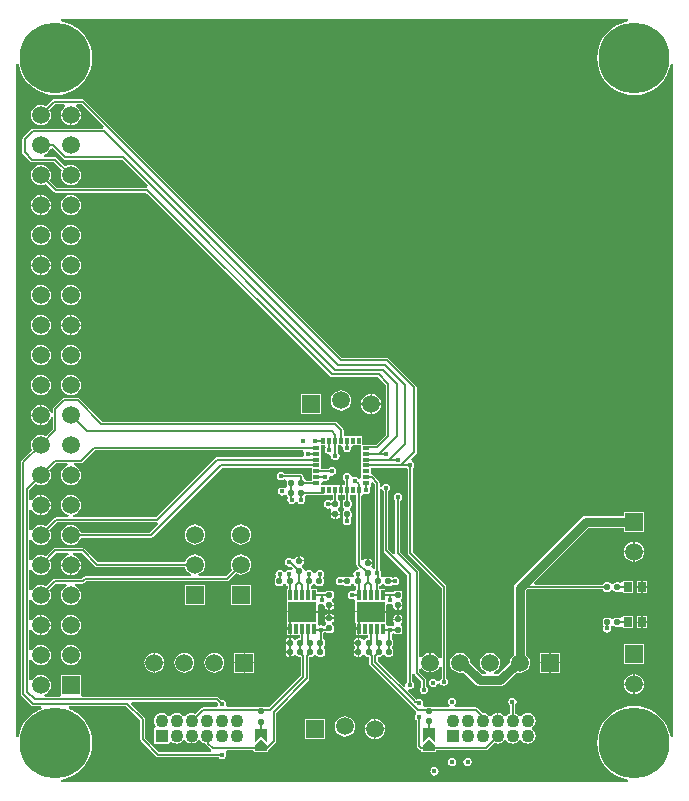
<source format=gtl>
G04*
G04 #@! TF.GenerationSoftware,Altium Limited,Altium Designer,21.7.2 (23)*
G04*
G04 Layer_Physical_Order=1*
G04 Layer_Color=255*
%FSLAX25Y25*%
%MOIN*%
G70*
G04*
G04 #@! TF.SameCoordinates,72A3C6AD-17B6-4F61-9830-52E5D45F99D0*
G04*
G04*
G04 #@! TF.FilePolarity,Positive*
G04*
G01*
G75*
%ADD11C,0.00787*%
G04:AMPARAMS|DCode=15|XSize=20.47mil|YSize=22.05mil|CornerRadius=5.12mil|HoleSize=0mil|Usage=FLASHONLY|Rotation=90.000|XOffset=0mil|YOffset=0mil|HoleType=Round|Shape=RoundedRectangle|*
%AMROUNDEDRECTD15*
21,1,0.02047,0.01181,0,0,90.0*
21,1,0.01024,0.02205,0,0,90.0*
1,1,0.01024,0.00591,0.00512*
1,1,0.01024,0.00591,-0.00512*
1,1,0.01024,-0.00591,-0.00512*
1,1,0.01024,-0.00591,0.00512*
%
%ADD15ROUNDEDRECTD15*%
G04:AMPARAMS|DCode=16|XSize=20.47mil|YSize=22.05mil|CornerRadius=5.12mil|HoleSize=0mil|Usage=FLASHONLY|Rotation=0.000|XOffset=0mil|YOffset=0mil|HoleType=Round|Shape=RoundedRectangle|*
%AMROUNDEDRECTD16*
21,1,0.02047,0.01181,0,0,0.0*
21,1,0.01024,0.02205,0,0,0.0*
1,1,0.01024,0.00512,-0.00591*
1,1,0.01024,-0.00512,-0.00591*
1,1,0.01024,-0.00512,0.00591*
1,1,0.01024,0.00512,0.00591*
%
%ADD16ROUNDEDRECTD16*%
%ADD17R,0.02362X0.01181*%
%ADD18R,0.01181X0.02362*%
%ADD19R,0.09449X0.06693*%
%ADD20R,0.01181X0.03347*%
%ADD21R,0.03000X0.01500*%
%ADD22R,0.02756X0.03347*%
%ADD37C,0.00591*%
%ADD38C,0.03150*%
%ADD39C,0.05906*%
%ADD40R,0.05906X0.05906*%
%ADD41C,0.04331*%
%ADD42R,0.04331X0.04331*%
%ADD43R,0.05906X0.05906*%
%ADD44C,0.01772*%
%ADD45C,0.23622*%
G36*
X470115Y357079D02*
X468231Y356627D01*
X466441Y355885D01*
X464789Y354872D01*
X463315Y353614D01*
X462057Y352140D01*
X461044Y350488D01*
X460303Y348698D01*
X459850Y346814D01*
X459698Y344882D01*
X459850Y342950D01*
X460303Y341066D01*
X461044Y339276D01*
X462057Y337623D01*
X463315Y336150D01*
X464789Y334891D01*
X466441Y333879D01*
X468231Y333137D01*
X470115Y332685D01*
X472047Y332533D01*
X473979Y332685D01*
X475863Y333137D01*
X477654Y333879D01*
X479306Y334891D01*
X480779Y336150D01*
X482038Y337623D01*
X483050Y339276D01*
X483792Y341066D01*
X484244Y342950D01*
X485024Y342878D01*
Y118539D01*
X484244Y118467D01*
X483792Y120352D01*
X483050Y122142D01*
X482038Y123794D01*
X480779Y125268D01*
X479306Y126526D01*
X477654Y127539D01*
X475863Y128280D01*
X473979Y128733D01*
X472047Y128884D01*
X470115Y128733D01*
X468231Y128280D01*
X466441Y127539D01*
X464789Y126526D01*
X463315Y125268D01*
X462057Y123794D01*
X461044Y122142D01*
X460303Y120352D01*
X459850Y118467D01*
X459698Y116535D01*
X459850Y114604D01*
X460303Y112719D01*
X461044Y110929D01*
X462057Y109277D01*
X463315Y107803D01*
X464789Y106545D01*
X466441Y105532D01*
X468231Y104791D01*
X470115Y104338D01*
X470043Y103559D01*
X281138D01*
X281066Y104338D01*
X282950Y104791D01*
X284740Y105532D01*
X286392Y106545D01*
X287866Y107803D01*
X289124Y109277D01*
X290137Y110929D01*
X290879Y112719D01*
X291331Y114604D01*
X291483Y116535D01*
X291331Y118467D01*
X290879Y120352D01*
X290137Y122142D01*
X289124Y123794D01*
X287866Y125268D01*
X286392Y126526D01*
X284740Y127539D01*
X283669Y127982D01*
X283826Y128770D01*
X302763D01*
X307458Y124074D01*
Y117717D01*
X307458Y117717D01*
X307520Y117407D01*
X307696Y117144D01*
X312814Y112026D01*
X313076Y111851D01*
X313386Y111789D01*
X313386Y111789D01*
X333520D01*
X333646Y111599D01*
X334105Y111293D01*
X334646Y111186D01*
X335186Y111293D01*
X335645Y111599D01*
X335951Y112058D01*
X336059Y112598D01*
X335951Y113139D01*
X335872Y113258D01*
X336284Y114045D01*
X345014D01*
X345205Y113854D01*
X345205Y113854D01*
X345332Y113548D01*
X345638Y113421D01*
X345638Y113421D01*
X345813Y113421D01*
X349638Y113421D01*
X349944Y113548D01*
X350071Y113854D01*
Y114189D01*
X350210Y114282D01*
X352434Y116507D01*
X352434Y116507D01*
X352610Y116769D01*
X352672Y117079D01*
Y126619D01*
X363571Y137519D01*
X363746Y137781D01*
X363808Y138091D01*
X363808Y138091D01*
Y145330D01*
X364528D01*
X364883Y145401D01*
X365185Y145603D01*
X365325Y145812D01*
X365748Y145862D01*
X366171Y145812D01*
X366311Y145603D01*
X366613Y145401D01*
X366968Y145330D01*
X367992D01*
X368348Y145401D01*
X368650Y145603D01*
X368851Y145904D01*
X368922Y146260D01*
Y147441D01*
X368851Y147797D01*
X368752Y147945D01*
X368650Y148099D01*
Y148752D01*
X368752Y148905D01*
X368851Y149054D01*
X368922Y149409D01*
Y150591D01*
X368851Y150946D01*
X368650Y151248D01*
X368408Y151409D01*
Y153126D01*
X368716Y153332D01*
X368843Y153522D01*
X369275D01*
X369526Y153354D01*
X369882Y153283D01*
X371063D01*
X371419Y153354D01*
X371720Y153555D01*
X371922Y153857D01*
X371993Y154213D01*
Y155236D01*
X371922Y155592D01*
X371720Y155894D01*
X371511Y156034D01*
X371461Y156457D01*
X371511Y156880D01*
X371720Y157020D01*
X371922Y157321D01*
X371993Y157677D01*
Y157989D01*
X370472D01*
X368952D01*
Y157677D01*
X369023Y157321D01*
X369225Y157020D01*
X369434Y156880D01*
X369484Y156457D01*
X369434Y156034D01*
X369225Y155894D01*
X369219Y155886D01*
X368337Y155631D01*
X368257Y155636D01*
X367717Y155744D01*
X367176Y155636D01*
X366644Y156186D01*
X366542Y156490D01*
X366542Y156490D01*
X366542Y156490D01*
Y160036D01*
X356293D01*
Y156490D01*
X356490D01*
Y154728D01*
X357480D01*
Y154528D01*
X357680D01*
Y152454D01*
X360608D01*
Y151520D01*
X360276D01*
X359920Y151450D01*
X359618Y151248D01*
X359478Y151038D01*
X359055Y150989D01*
X358632Y151038D01*
X358492Y151248D01*
X358190Y151450D01*
X357835Y151520D01*
X357523D01*
Y150000D01*
X357323D01*
Y149800D01*
X355881D01*
Y149409D01*
X355952Y149054D01*
X356018Y148955D01*
X356154Y148752D01*
Y148099D01*
X356018Y147896D01*
X355952Y147797D01*
X355881Y147441D01*
Y147050D01*
X357323D01*
Y146850D01*
X357523D01*
Y145330D01*
X357835D01*
X358190Y145401D01*
X358492Y145603D01*
X358632Y145812D01*
X359055Y145862D01*
X359478Y145812D01*
X359618Y145603D01*
X359920Y145401D01*
X360276Y145330D01*
X361002D01*
Y138918D01*
X350452Y128368D01*
X348717D01*
X348584Y128457D01*
X348228Y128528D01*
X347047D01*
X346691Y128457D01*
X346558Y128368D01*
X336485D01*
X336290Y128594D01*
X335985Y129156D01*
X336059Y129528D01*
X335951Y130068D01*
X335645Y130527D01*
X335186Y130833D01*
X334646Y130940D01*
X334422Y130896D01*
X333643Y131675D01*
X333381Y131850D01*
X333071Y131912D01*
X333071Y131912D01*
X288148D01*
X287605Y132474D01*
X287605Y132699D01*
Y139180D01*
X280899D01*
Y132699D01*
X280899Y132474D01*
X280356Y131912D01*
X275619D01*
X275462Y132699D01*
X275943Y132898D01*
X276643Y133436D01*
X277181Y134136D01*
X277518Y134951D01*
X277634Y135827D01*
X277518Y136702D01*
X277181Y137518D01*
X276643Y138218D01*
X275943Y138755D01*
X275127Y139093D01*
X274252Y139208D01*
X273377Y139093D01*
X272561Y138755D01*
X271861Y138218D01*
X271323Y137518D01*
X271288Y137432D01*
X270501Y137589D01*
Y144065D01*
X271288Y144221D01*
X271323Y144136D01*
X271861Y143436D01*
X272561Y142898D01*
X273377Y142560D01*
X274252Y142445D01*
X275127Y142560D01*
X275943Y142898D01*
X276643Y143436D01*
X277181Y144136D01*
X277518Y144951D01*
X277634Y145827D01*
X277518Y146702D01*
X277181Y147518D01*
X276643Y148218D01*
X275943Y148755D01*
X275127Y149093D01*
X274252Y149208D01*
X273377Y149093D01*
X272561Y148755D01*
X271861Y148218D01*
X271323Y147518D01*
X271288Y147432D01*
X270501Y147589D01*
Y154065D01*
X271288Y154221D01*
X271323Y154136D01*
X271861Y153436D01*
X272561Y152898D01*
X273377Y152560D01*
X274052Y152471D01*
Y155827D01*
Y159182D01*
X273377Y159093D01*
X272561Y158755D01*
X271861Y158218D01*
X271323Y157518D01*
X271288Y157432D01*
X270501Y157589D01*
Y164065D01*
X271288Y164221D01*
X271323Y164136D01*
X271861Y163436D01*
X272561Y162898D01*
X273377Y162560D01*
X274252Y162445D01*
X275127Y162560D01*
X275943Y162898D01*
X276643Y163436D01*
X277181Y164136D01*
X277518Y164952D01*
X277634Y165827D01*
X277518Y166702D01*
X277181Y167518D01*
X277140Y167570D01*
X279233Y169663D01*
X282695D01*
X282852Y168876D01*
X282561Y168755D01*
X281861Y168218D01*
X281323Y167518D01*
X280985Y166702D01*
X280870Y165827D01*
X280985Y164952D01*
X281323Y164136D01*
X281861Y163436D01*
X282561Y162898D01*
X283377Y162560D01*
X284252Y162445D01*
X285127Y162560D01*
X285943Y162898D01*
X286643Y163436D01*
X287181Y164136D01*
X287518Y164952D01*
X287634Y165827D01*
X287518Y166702D01*
X287181Y167518D01*
X286643Y168218D01*
X285943Y168755D01*
X285652Y168876D01*
X285809Y169663D01*
X288189D01*
X288189Y169663D01*
X288499Y169725D01*
X288761Y169900D01*
X289312Y170451D01*
X336220D01*
X336221Y170451D01*
X336530Y170512D01*
X336793Y170688D01*
X339201Y173096D01*
X339254Y173056D01*
X340070Y172718D01*
X340945Y172603D01*
X341820Y172718D01*
X342636Y173056D01*
X343336Y173593D01*
X343874Y174293D01*
X344211Y175109D01*
X344327Y175984D01*
X344211Y176859D01*
X343874Y177675D01*
X343336Y178375D01*
X342636Y178913D01*
X341820Y179251D01*
X340945Y179366D01*
X340070Y179251D01*
X339254Y178913D01*
X338554Y178375D01*
X338016Y177675D01*
X337678Y176859D01*
X337563Y175984D01*
X337678Y175109D01*
X338016Y174293D01*
X338057Y174241D01*
X335885Y172069D01*
X326957D01*
X326801Y172856D01*
X327281Y173056D01*
X327982Y173593D01*
X328519Y174293D01*
X328857Y175109D01*
X328972Y175984D01*
X328857Y176859D01*
X328519Y177675D01*
X327982Y178375D01*
X327281Y178913D01*
X326466Y179251D01*
X325590Y179366D01*
X324715Y179251D01*
X323900Y178913D01*
X323199Y178375D01*
X322662Y177675D01*
X322324Y176859D01*
X322315Y176794D01*
X293249D01*
X288761Y181281D01*
X288499Y181456D01*
X288189Y181518D01*
X288189Y181518D01*
X279134D01*
X279134Y181518D01*
X278824Y181456D01*
X278562Y181281D01*
X278562Y181281D01*
X275996Y178715D01*
X275943Y178755D01*
X275127Y179093D01*
X274252Y179208D01*
X273377Y179093D01*
X272561Y178755D01*
X271861Y178218D01*
X271323Y177518D01*
X271288Y177432D01*
X270501Y177589D01*
Y184065D01*
X271288Y184221D01*
X271323Y184136D01*
X271861Y183436D01*
X272561Y182898D01*
X273377Y182560D01*
X274252Y182445D01*
X275127Y182560D01*
X275943Y182898D01*
X276643Y183436D01*
X277181Y184136D01*
X277518Y184951D01*
X277634Y185827D01*
X277518Y186702D01*
X277181Y187518D01*
X277140Y187570D01*
X279705Y190136D01*
X313015D01*
X313015Y190136D01*
X313089Y190150D01*
X313403Y189701D01*
X313477Y189425D01*
X310688Y186636D01*
X287527D01*
X287518Y186702D01*
X287181Y187518D01*
X286643Y188218D01*
X285943Y188755D01*
X285127Y189093D01*
X284252Y189208D01*
X283377Y189093D01*
X282561Y188755D01*
X281861Y188218D01*
X281323Y187518D01*
X280985Y186702D01*
X280870Y185827D01*
X280985Y184951D01*
X281323Y184136D01*
X281861Y183436D01*
X282561Y182898D01*
X283377Y182560D01*
X284252Y182445D01*
X285127Y182560D01*
X285943Y182898D01*
X286643Y183436D01*
X287181Y184136D01*
X287518Y184951D01*
X287527Y185018D01*
X311024D01*
X311024Y185018D01*
X311333Y185079D01*
X311596Y185255D01*
X334587Y208246D01*
X364561D01*
Y203959D01*
X362579D01*
X362552Y204096D01*
X362350Y204398D01*
X362049Y204599D01*
X361912Y204626D01*
Y205050D01*
X361912Y205051D01*
X361850Y205360D01*
X361675Y205623D01*
X361675Y205623D01*
X361213Y206084D01*
X360951Y206259D01*
X360641Y206321D01*
X360641Y206321D01*
X355457D01*
X355330Y206511D01*
X354871Y206817D01*
X354331Y206925D01*
X353790Y206817D01*
X353332Y206511D01*
X353025Y206052D01*
X352918Y205512D01*
X353025Y204971D01*
X353332Y204513D01*
X353790Y204206D01*
X354331Y204099D01*
X354871Y204206D01*
X355263Y204468D01*
X355740Y204387D01*
X356113Y204273D01*
X356310Y203915D01*
X356275Y203740D01*
Y202559D01*
X356346Y202203D01*
X356058Y201696D01*
X355552Y201507D01*
X355265Y201699D01*
X354724Y201807D01*
X354184Y201699D01*
X353725Y201393D01*
X353419Y200934D01*
X353311Y200394D01*
X353419Y199853D01*
X353725Y199395D01*
X354184Y199088D01*
X354724Y198981D01*
X355265Y199088D01*
X355504Y199248D01*
X356235Y199079D01*
X356382Y198988D01*
X356609Y198239D01*
X356569Y198179D01*
X356461Y197638D01*
X356569Y197097D01*
X356875Y196639D01*
X357333Y196332D01*
X357874Y196225D01*
X358415Y196332D01*
X358873Y196639D01*
X359011Y196845D01*
X359061Y196863D01*
X359837D01*
X359886Y196845D01*
X360024Y196639D01*
X360483Y196332D01*
X361024Y196225D01*
X361564Y196332D01*
X362023Y196639D01*
X362329Y197097D01*
X362437Y197638D01*
X362329Y198179D01*
X362258Y198286D01*
X362350Y198752D01*
X362552Y199054D01*
X362579Y199191D01*
X368307D01*
X368307Y199191D01*
X368385Y199206D01*
X371632D01*
Y197618D01*
X371495Y197591D01*
X371193Y197390D01*
X370726Y197297D01*
X370620Y197368D01*
X370079Y197476D01*
X369538Y197368D01*
X369080Y197062D01*
X368773Y196604D01*
X368666Y196063D01*
X368773Y195522D01*
X369080Y195064D01*
X369538Y194758D01*
X370079Y194650D01*
X370620Y194758D01*
X370627Y194762D01*
X370895Y194673D01*
X371079Y194212D01*
X371163Y193881D01*
X370991Y193623D01*
X370921Y193268D01*
Y192956D01*
X372441D01*
X373961D01*
Y193268D01*
X373890Y193623D01*
X373689Y193925D01*
X373479Y194065D01*
X373430Y194488D01*
X373479Y194911D01*
X373689Y195051D01*
X373890Y195353D01*
X373961Y195709D01*
Y196732D01*
X373890Y197088D01*
X373689Y197390D01*
X373387Y197591D01*
X373250Y197618D01*
Y199206D01*
X374209D01*
Y200787D01*
Y202368D01*
X367723D01*
Y203289D01*
X367971Y203494D01*
X368510Y203782D01*
X368898Y203705D01*
X369438Y203813D01*
X369897Y204119D01*
X370203Y204577D01*
X370311Y205118D01*
X370310Y205121D01*
X370403Y205271D01*
X370992Y205727D01*
X371260Y205674D01*
X371801Y205781D01*
X372259Y206087D01*
X372565Y206546D01*
X372673Y207087D01*
X372565Y207627D01*
X372259Y208086D01*
X371801Y208392D01*
X371260Y208500D01*
X370719Y208392D01*
X370261Y208086D01*
X370134Y207896D01*
X367723D01*
Y212002D01*
Y215742D01*
X368979D01*
X369047Y215663D01*
X369328Y214954D01*
X369167Y214714D01*
X369059Y214173D01*
X369167Y213632D01*
X369473Y213174D01*
X369932Y212868D01*
X370472Y212760D01*
X371028Y212205D01*
X371135Y211664D01*
X371442Y211206D01*
X371900Y210899D01*
X372441Y210792D01*
X372982Y210899D01*
X373440Y211206D01*
X373746Y211664D01*
X373854Y212205D01*
X373746Y212745D01*
X373440Y213204D01*
X373250Y213331D01*
Y215742D01*
X374358D01*
X374965Y214961D01*
X375073Y214420D01*
X375379Y213962D01*
X375837Y213655D01*
X376378Y213548D01*
X376919Y213655D01*
X377377Y213962D01*
X377683Y214420D01*
X377791Y214961D01*
X378398Y215742D01*
X381096D01*
Y213970D01*
Y210033D01*
Y204905D01*
X380309Y204673D01*
X380133Y204936D01*
X379675Y205242D01*
X379134Y205350D01*
X378593Y205242D01*
X378552Y205215D01*
X377697Y205590D01*
X377683Y205659D01*
X377377Y206117D01*
X376919Y206423D01*
X376378Y206531D01*
X375837Y206423D01*
X375379Y206117D01*
X375073Y205659D01*
X374965Y205118D01*
X375073Y204577D01*
X375379Y204119D01*
X375569Y203992D01*
Y202368D01*
X374609D01*
Y200787D01*
Y199206D01*
X375569D01*
Y197618D01*
X375432Y197591D01*
X375130Y197390D01*
X374928Y197088D01*
X374858Y196732D01*
Y195709D01*
X374928Y195353D01*
X375130Y195051D01*
X375340Y194911D01*
X375389Y194488D01*
X375340Y194065D01*
X375130Y193925D01*
X374928Y193623D01*
X374858Y193268D01*
Y192244D01*
X374928Y191888D01*
X375130Y191587D01*
X375193Y191272D01*
X375073Y191092D01*
X374965Y190551D01*
X375073Y190010D01*
X375379Y189552D01*
X375837Y189246D01*
X376378Y189138D01*
X376919Y189246D01*
X377377Y189552D01*
X377683Y190010D01*
X377791Y190551D01*
X377683Y191092D01*
X377563Y191272D01*
X377626Y191587D01*
X377827Y191888D01*
X377898Y192244D01*
Y193268D01*
X377827Y193623D01*
X377626Y193925D01*
X377416Y194065D01*
X377367Y194488D01*
X377416Y194911D01*
X377626Y195051D01*
X377827Y195353D01*
X377898Y195709D01*
Y196732D01*
X377827Y197088D01*
X377626Y197390D01*
X377324Y197591D01*
X377187Y197618D01*
Y199206D01*
X379506D01*
Y176029D01*
X379506Y176029D01*
X379567Y175719D01*
X379743Y175457D01*
X380205Y174994D01*
X380014Y174492D01*
X379852Y174234D01*
X379380Y174140D01*
X378922Y173834D01*
X378616Y173375D01*
X378508Y172835D01*
X378616Y172294D01*
X378623Y172264D01*
X378429Y171905D01*
X377779Y171756D01*
X377606Y171734D01*
X377324Y171922D01*
X376969Y171993D01*
X375945D01*
X375589Y171922D01*
X375288Y171720D01*
X374556Y171778D01*
X374016Y171885D01*
X373475Y171778D01*
X373017Y171472D01*
X372710Y171013D01*
X372603Y170472D01*
X372710Y169932D01*
X373017Y169473D01*
X373475Y169167D01*
X374016Y169060D01*
X374556Y169167D01*
X375288Y169225D01*
X375589Y169023D01*
X375945Y168952D01*
X376969D01*
X377324Y169023D01*
X377626Y169225D01*
X377766Y169434D01*
X378189Y169484D01*
X378612Y169434D01*
X378752Y169225D01*
X379054Y169023D01*
X379410Y168952D01*
X379506D01*
Y168018D01*
X379324D01*
Y167590D01*
X378537Y167169D01*
X378474Y167211D01*
X377933Y167318D01*
X377392Y167211D01*
X376934Y166905D01*
X376628Y166446D01*
X376520Y165905D01*
X376628Y165365D01*
X376934Y164906D01*
X377392Y164600D01*
X377933Y164492D01*
X378474Y164600D01*
X378537Y164642D01*
X378660Y164576D01*
X379128Y163983D01*
Y160436D01*
X389376D01*
Y162587D01*
X390164Y163008D01*
X390232Y162962D01*
X390773Y162855D01*
X390999Y162900D01*
X391684Y162469D01*
X391787Y162332D01*
Y161929D01*
X391858Y161573D01*
X392059Y161272D01*
X392361Y161070D01*
X392717Y161000D01*
X393107D01*
Y162441D01*
X393307D01*
Y162641D01*
X394827D01*
Y162953D01*
X394757Y163309D01*
X394555Y163610D01*
X394345Y163750D01*
X394296Y164173D01*
X394345Y164596D01*
X394555Y164736D01*
X394757Y165038D01*
X394827Y165394D01*
Y166417D01*
X394757Y166773D01*
X394555Y167075D01*
X394253Y167276D01*
X393898Y167347D01*
X392717D01*
X392361Y167276D01*
X392059Y167075D01*
X391858Y166773D01*
X391846Y166715D01*
X390768D01*
X390768Y166715D01*
X390768Y166715D01*
X389179D01*
Y168018D01*
X387030D01*
Y168952D01*
X387126D01*
X387482Y169023D01*
X387783Y169225D01*
X387924Y169434D01*
X388347Y169484D01*
X388769Y169434D01*
X388910Y169225D01*
X389211Y169023D01*
X389567Y168952D01*
X390591D01*
X390946Y169023D01*
X391248Y169225D01*
X391657Y169306D01*
X391863Y169168D01*
X392404Y169061D01*
X392945Y169168D01*
X393403Y169474D01*
X393709Y169933D01*
X393817Y170474D01*
X393709Y171014D01*
X393403Y171473D01*
X392945Y171779D01*
X392404Y171887D01*
X391863Y171779D01*
X391654Y171640D01*
X391248Y171720D01*
X390946Y171922D01*
X390591Y171993D01*
X389567D01*
X389211Y171922D01*
X388910Y171720D01*
X388075Y171749D01*
X387761Y171967D01*
X387704Y172603D01*
X387716Y172640D01*
X387728Y172657D01*
X387835Y173198D01*
X387728Y173738D01*
X387421Y174197D01*
X387231Y174324D01*
Y201187D01*
X388019Y201265D01*
X388065Y201034D01*
X388371Y200576D01*
X388561Y200449D01*
Y180709D01*
X388561Y180709D01*
X388622Y180399D01*
X388798Y180136D01*
X396435Y172500D01*
Y136953D01*
X396245Y136826D01*
X395939Y136367D01*
X395831Y135827D01*
X395871Y135625D01*
X395146Y135237D01*
X386642Y143740D01*
Y145330D01*
X387362D01*
X387718Y145401D01*
X388020Y145602D01*
X388160Y145812D01*
X388583Y145862D01*
X389006Y145812D01*
X389146Y145603D01*
X389447Y145401D01*
X389803Y145330D01*
X390827D01*
X391182Y145401D01*
X391484Y145603D01*
X391686Y145904D01*
X391756Y146260D01*
Y147441D01*
X391686Y147797D01*
X391484Y148098D01*
Y148752D01*
X391686Y149054D01*
X391756Y149409D01*
Y150591D01*
X391686Y150946D01*
X391484Y151248D01*
X391242Y151409D01*
Y152967D01*
X391572Y153140D01*
X392059Y153162D01*
X392361Y152960D01*
X392717Y152889D01*
X393898D01*
X394253Y152960D01*
X394555Y153162D01*
X394757Y153463D01*
X394827Y153819D01*
Y154842D01*
X394757Y155198D01*
X394555Y155500D01*
X394345Y155640D01*
X394296Y156063D01*
X394345Y156486D01*
X394555Y156626D01*
X394757Y156928D01*
X394827Y157283D01*
Y157595D01*
X393307D01*
X391787D01*
Y157283D01*
X391858Y156928D01*
X392059Y156626D01*
X392000Y155798D01*
X391787Y155522D01*
X391190Y155571D01*
X391092Y155636D01*
X390551Y155744D01*
X390010Y155636D01*
X389479Y156186D01*
X389376Y156490D01*
X389376Y156490D01*
X389376Y156490D01*
Y160036D01*
X379128D01*
Y156490D01*
X379324D01*
Y154728D01*
X380315D01*
Y154528D01*
X380515D01*
Y152454D01*
X383443D01*
Y151520D01*
X383110D01*
X382754Y151450D01*
X382453Y151248D01*
X382313Y151038D01*
X381890Y150989D01*
X381467Y151038D01*
X381327Y151248D01*
X381025Y151450D01*
X380669Y151520D01*
X380358D01*
Y150000D01*
X380157D01*
Y149800D01*
X378716D01*
Y149409D01*
X378787Y149054D01*
X378853Y148955D01*
X378921Y148853D01*
X378959Y148425D01*
X378959Y148425D01*
X378959Y148425D01*
X378921Y147997D01*
X378853Y147896D01*
X378787Y147797D01*
X378716Y147441D01*
Y147050D01*
X380157D01*
Y146850D01*
X380358D01*
Y145330D01*
X380669D01*
X381025Y145401D01*
X381327Y145603D01*
X381467Y145812D01*
X381890Y145862D01*
X382313Y145812D01*
X382453Y145603D01*
X382754Y145401D01*
X383110Y145330D01*
X383836D01*
Y142913D01*
X383836Y142913D01*
X383898Y142604D01*
X384073Y142341D01*
X399321Y127094D01*
X399381Y126364D01*
X399322Y126087D01*
X399088Y125738D01*
X398981Y125197D01*
X399088Y124656D01*
X399395Y124198D01*
X399585Y124071D01*
Y115422D01*
X399584Y115422D01*
X399646Y115112D01*
X399821Y114850D01*
X400283Y114388D01*
X400283Y114388D01*
X400545Y114213D01*
X400855Y114151D01*
X401110Y113961D01*
X401237Y113654D01*
X401543Y113528D01*
X405543D01*
X405850Y113654D01*
X405976Y113961D01*
Y114151D01*
X422677D01*
X422677Y114151D01*
X422987Y114213D01*
X423249Y114388D01*
X425460Y116599D01*
X425945Y116398D01*
X426614Y116310D01*
X427284Y116398D01*
X427908Y116657D01*
X428444Y117068D01*
X428638Y117321D01*
X428783Y117377D01*
X429445D01*
X429590Y117321D01*
X429785Y117068D01*
X430320Y116657D01*
X430944Y116398D01*
X431614Y116310D01*
X432284Y116398D01*
X432908Y116657D01*
X433444Y117068D01*
X433638Y117321D01*
X433783Y117377D01*
X434445D01*
X434590Y117321D01*
X434785Y117068D01*
X435320Y116657D01*
X435945Y116398D01*
X436614Y116310D01*
X437284Y116398D01*
X437908Y116657D01*
X438444Y117068D01*
X438855Y117604D01*
X439114Y118228D01*
X439202Y118898D01*
X439114Y119567D01*
X438855Y120191D01*
X438444Y120727D01*
X438191Y120922D01*
X438135Y121067D01*
Y121728D01*
X438191Y121874D01*
X438444Y122068D01*
X438855Y122604D01*
X439114Y123228D01*
X439202Y123898D01*
X439114Y124567D01*
X438855Y125191D01*
X438444Y125727D01*
X437908Y126138D01*
X437284Y126397D01*
X436614Y126485D01*
X435945Y126397D01*
X435320Y126138D01*
X434785Y125727D01*
X434590Y125474D01*
X434445Y125418D01*
X433783Y125418D01*
X433638Y125474D01*
X433444Y125727D01*
X432908Y126138D01*
X432364Y126364D01*
Y129228D01*
X432495Y129316D01*
X432801Y129774D01*
X432909Y130315D01*
X432801Y130856D01*
X432495Y131314D01*
X432037Y131620D01*
X431496Y131728D01*
X430955Y131620D01*
X430497Y131314D01*
X430191Y130856D01*
X430083Y130315D01*
X430191Y129774D01*
X430497Y129316D01*
X430746Y129149D01*
Y126315D01*
X430320Y126138D01*
X429785Y125727D01*
X429590Y125474D01*
X429445Y125418D01*
X428783Y125418D01*
X428638Y125474D01*
X428444Y125727D01*
X427908Y126138D01*
X427284Y126397D01*
X426814Y126459D01*
Y123898D01*
X426414D01*
Y126459D01*
X425945Y126397D01*
X425320Y126138D01*
X424785Y125727D01*
X424590Y125474D01*
X424445Y125418D01*
X423783Y125418D01*
X423638Y125474D01*
X423444Y125727D01*
X422908Y126138D01*
X422284Y126397D01*
X421614Y126485D01*
X421518Y126472D01*
X421508Y126486D01*
X421508Y126486D01*
X419864Y128131D01*
X419601Y128307D01*
X419291Y128368D01*
X419291Y128368D01*
X412416D01*
X412177Y129156D01*
X412416Y129316D01*
X412723Y129774D01*
X412830Y130315D01*
X412723Y130856D01*
X412416Y131314D01*
X411958Y131620D01*
X411417Y131728D01*
X410877Y131620D01*
X410418Y131314D01*
X410112Y130856D01*
X410004Y130315D01*
X410112Y129774D01*
X410418Y129316D01*
X410658Y129156D01*
X410419Y128368D01*
X404782D01*
X404490Y128564D01*
X404134Y128634D01*
X402953D01*
X402597Y128564D01*
X402422Y128446D01*
X402033Y128565D01*
X401736Y129193D01*
X401699Y129381D01*
X401807Y129921D01*
X401699Y130462D01*
X401393Y130920D01*
X400934Y131227D01*
X400394Y131334D01*
X399853Y131227D01*
X399435Y130947D01*
X396655Y133728D01*
X397042Y134454D01*
X397244Y134414D01*
X397785Y134521D01*
X398243Y134828D01*
X398550Y135286D01*
X398657Y135827D01*
X398550Y136367D01*
X398243Y136826D01*
X398053Y136953D01*
Y139467D01*
X398841Y139544D01*
X398859Y139454D01*
X399034Y139192D01*
X401159Y137066D01*
Y135378D01*
X400969Y135251D01*
X400663Y134793D01*
X400556Y134252D01*
X400663Y133711D01*
X400969Y133253D01*
X401428Y132947D01*
X401968Y132839D01*
X402509Y132947D01*
X402968Y133253D01*
X403274Y133711D01*
X403381Y134252D01*
X403274Y134793D01*
X402968Y135251D01*
X402778Y135378D01*
Y137401D01*
X402778Y137402D01*
X402716Y137711D01*
X402541Y137974D01*
X402541Y137974D01*
X400416Y140099D01*
Y141259D01*
X400572Y141342D01*
X401203Y141465D01*
X401624Y140916D01*
X402325Y140378D01*
X403140Y140041D01*
X403816Y139952D01*
Y143307D01*
Y146662D01*
X403140Y146573D01*
X402325Y146236D01*
X401624Y145698D01*
X401203Y145149D01*
X400572Y145272D01*
X400416Y145355D01*
Y173622D01*
X400416Y173622D01*
X400354Y173932D01*
X400178Y174194D01*
X400178Y174194D01*
X394116Y180256D01*
Y197299D01*
X394306Y197426D01*
X394613Y197885D01*
X394720Y198425D01*
X394613Y198966D01*
X394306Y199424D01*
X393848Y199731D01*
X393307Y199838D01*
X392766Y199731D01*
X392308Y199424D01*
X392002Y198966D01*
X391894Y198425D01*
X392002Y197885D01*
X392308Y197426D01*
X392498Y197299D01*
Y179921D01*
X392498Y179921D01*
X392518Y179818D01*
X392134Y179506D01*
X391831Y179392D01*
X390179Y181044D01*
Y200449D01*
X390369Y200576D01*
X390675Y201034D01*
X390783Y201575D01*
X390675Y202116D01*
X390369Y202574D01*
X389911Y202880D01*
X389370Y202988D01*
X388829Y202880D01*
X388371Y202574D01*
X388065Y202116D01*
X388019Y201885D01*
X387231Y201962D01*
Y203342D01*
X387231Y203342D01*
X387170Y203651D01*
X386994Y203914D01*
X386994Y203914D01*
X385218Y205690D01*
X384955Y205866D01*
X384646Y205927D01*
X384258Y206543D01*
Y208246D01*
X394450D01*
X394450Y208246D01*
X394450Y208246D01*
X396291D01*
X396377Y208117D01*
X396567Y207990D01*
Y179789D01*
X396567Y179789D01*
X396629Y179479D01*
X396804Y179217D01*
X407852Y168169D01*
Y144864D01*
X407065Y144707D01*
X406944Y144998D01*
X406407Y145698D01*
X405707Y146236D01*
X404891Y146573D01*
X404216Y146662D01*
Y143307D01*
Y139952D01*
X404891Y140041D01*
X405707Y140378D01*
X406407Y140916D01*
X406944Y141616D01*
X407065Y141907D01*
X407852Y141750D01*
Y138134D01*
X407662Y138007D01*
X407356Y137549D01*
X407325Y137393D01*
X407305Y137341D01*
X406494Y137105D01*
X406431Y137149D01*
X406424Y137155D01*
X406305Y137333D01*
X406117Y137613D01*
X405659Y137920D01*
X405118Y138027D01*
X404577Y137920D01*
X404119Y137613D01*
X403813Y137155D01*
X403705Y136614D01*
X403813Y136074D01*
X404119Y135615D01*
X404577Y135309D01*
X405118Y135201D01*
X405659Y135309D01*
X406117Y135615D01*
X406424Y136074D01*
X406454Y136229D01*
X406475Y136282D01*
X407286Y136517D01*
X407348Y136473D01*
X407356Y136467D01*
X407475Y136290D01*
X407662Y136009D01*
X408121Y135703D01*
X408661Y135595D01*
X409202Y135703D01*
X409660Y136009D01*
X409967Y136467D01*
X410074Y137008D01*
X409967Y137549D01*
X409660Y138007D01*
X409471Y138134D01*
Y168504D01*
X409471Y168504D01*
X409409Y168814D01*
X409234Y169076D01*
X409234Y169076D01*
X398186Y180124D01*
Y207990D01*
X398376Y208117D01*
X398682Y208575D01*
X398789Y209116D01*
X398682Y209656D01*
X398376Y210115D01*
X398011Y210358D01*
X397881Y210651D01*
X397789Y211249D01*
X399391Y212852D01*
X399391Y212852D01*
X399567Y213115D01*
X399628Y213424D01*
X399628Y213424D01*
Y235039D01*
X399628Y235039D01*
X399567Y235349D01*
X399391Y235612D01*
X390336Y244667D01*
X390073Y244842D01*
X389764Y244904D01*
X389764Y244904D01*
X374745D01*
X288761Y330887D01*
X288499Y331063D01*
X288189Y331124D01*
X288189Y331124D01*
X278740D01*
X278740Y331124D01*
X278431Y331063D01*
X278168Y330887D01*
X275996Y328715D01*
X275943Y328755D01*
X275127Y329093D01*
X274252Y329208D01*
X273377Y329093D01*
X272561Y328755D01*
X271861Y328218D01*
X271323Y327518D01*
X270986Y326702D01*
X270870Y325827D01*
X270986Y324952D01*
X271323Y324136D01*
X271861Y323436D01*
X272561Y322898D01*
X273377Y322560D01*
X274252Y322445D01*
X275127Y322560D01*
X275943Y322898D01*
X276643Y323436D01*
X277181Y324136D01*
X277518Y324952D01*
X277634Y325827D01*
X277518Y326702D01*
X277181Y327518D01*
X277140Y327570D01*
X279075Y329506D01*
X282113D01*
X282517Y328802D01*
X282513Y328718D01*
X281861Y328218D01*
X281323Y327518D01*
X280985Y326702D01*
X280897Y326027D01*
X284252D01*
X287607D01*
X287518Y326702D01*
X287181Y327518D01*
X286643Y328218D01*
X285991Y328718D01*
X285987Y328802D01*
X286391Y329506D01*
X287854D01*
X295301Y322059D01*
X294964Y321282D01*
X271654D01*
X271344Y321220D01*
X271081Y321045D01*
X268325Y318289D01*
X268150Y318026D01*
X268088Y317717D01*
X268088Y317717D01*
Y313386D01*
X268088Y313386D01*
X268150Y313076D01*
X268325Y312814D01*
X270688Y310451D01*
X270950Y310276D01*
X271260Y310214D01*
X271260Y310214D01*
X278720D01*
X281364Y307570D01*
X281323Y307518D01*
X280985Y306702D01*
X280870Y305827D01*
X280985Y304952D01*
X281323Y304136D01*
X281861Y303436D01*
X282561Y302898D01*
X283377Y302560D01*
X284252Y302445D01*
X285127Y302560D01*
X285943Y302898D01*
X286643Y303436D01*
X287181Y304136D01*
X287518Y304952D01*
X287634Y305827D01*
X287518Y306702D01*
X287181Y307518D01*
X286643Y308218D01*
X285943Y308755D01*
X285127Y309093D01*
X284252Y309208D01*
X283377Y309093D01*
X282561Y308755D01*
X282508Y308715D01*
X279627Y311596D01*
X279365Y311771D01*
X279055Y311833D01*
X279055Y311833D01*
X275429D01*
X275272Y312620D01*
X275943Y312898D01*
X276643Y313436D01*
X277181Y314136D01*
X277345Y314534D01*
X278246Y314704D01*
X281711Y311239D01*
X281711Y311239D01*
X281974Y311063D01*
X282283Y311002D01*
X282283Y311002D01*
X301240D01*
X309868Y302374D01*
X309531Y301597D01*
X279626D01*
X277140Y304083D01*
X277181Y304136D01*
X277518Y304952D01*
X277634Y305827D01*
X277518Y306702D01*
X277181Y307518D01*
X276643Y308218D01*
X275943Y308755D01*
X275127Y309093D01*
X274252Y309208D01*
X273377Y309093D01*
X272561Y308755D01*
X271861Y308218D01*
X271323Y307518D01*
X270986Y306702D01*
X270870Y305827D01*
X270986Y304952D01*
X271323Y304136D01*
X271861Y303436D01*
X272561Y302898D01*
X273377Y302560D01*
X274252Y302445D01*
X275127Y302560D01*
X275943Y302898D01*
X275996Y302939D01*
X278719Y300215D01*
X278719Y300215D01*
X278982Y300040D01*
X279291Y299978D01*
X279291Y299978D01*
X284066D01*
X284118Y299191D01*
X283377Y299093D01*
X282561Y298755D01*
X281861Y298218D01*
X281323Y297518D01*
X280985Y296702D01*
X280870Y295827D01*
X280985Y294952D01*
X281323Y294136D01*
X281861Y293436D01*
X282561Y292898D01*
X283377Y292560D01*
X284252Y292445D01*
X285127Y292560D01*
X285943Y292898D01*
X286643Y293436D01*
X287181Y294136D01*
X287518Y294952D01*
X287634Y295827D01*
X287518Y296702D01*
X287181Y297518D01*
X286643Y298218D01*
X285943Y298755D01*
X285127Y299093D01*
X284386Y299191D01*
X284438Y299978D01*
X309507D01*
X370688Y238798D01*
X370688Y238798D01*
X370950Y238622D01*
X371260Y238561D01*
X371260Y238561D01*
X386673D01*
X389348Y235885D01*
Y219233D01*
X386032Y215916D01*
X384258D01*
Y215951D01*
X381306D01*
Y218904D01*
X375219D01*
Y220866D01*
X375157Y221176D01*
X374982Y221438D01*
X374982Y221438D01*
X373013Y223407D01*
X372751Y223582D01*
X372441Y223644D01*
X372441Y223644D01*
X294823D01*
X287186Y231281D01*
X286924Y231456D01*
X286614Y231518D01*
X286614Y231518D01*
X281890D01*
X281580Y231456D01*
X281317Y231281D01*
X278562Y228525D01*
X278386Y228262D01*
X278325Y227953D01*
X278325Y227953D01*
Y226611D01*
X277537Y226559D01*
X277518Y226702D01*
X277181Y227518D01*
X276643Y228218D01*
X275943Y228755D01*
X275127Y229093D01*
X274452Y229182D01*
Y225827D01*
Y222471D01*
X275127Y222560D01*
X275943Y222898D01*
X276643Y223436D01*
X277181Y224136D01*
X277518Y224952D01*
X277537Y225094D01*
X278325Y225043D01*
Y221044D01*
X275996Y218715D01*
X275943Y218755D01*
X275127Y219093D01*
X274252Y219208D01*
X273377Y219093D01*
X272561Y218755D01*
X271861Y218218D01*
X271323Y217518D01*
X270986Y216702D01*
X270870Y215827D01*
X270986Y214951D01*
X271323Y214136D01*
X271364Y214083D01*
X267932Y210651D01*
X267756Y210388D01*
X267695Y210079D01*
X267695Y210079D01*
Y132877D01*
X267695Y132877D01*
X267756Y132568D01*
X267932Y132305D01*
X271230Y129007D01*
X271230Y129007D01*
X271493Y128831D01*
X271802Y128770D01*
X271802Y128770D01*
X274442D01*
X274599Y127982D01*
X273528Y127539D01*
X271875Y126526D01*
X270402Y125268D01*
X269143Y123794D01*
X268131Y122142D01*
X267389Y120352D01*
X266937Y118467D01*
X266157Y118539D01*
Y342878D01*
X266937Y342950D01*
X267389Y341066D01*
X268131Y339276D01*
X269143Y337623D01*
X270402Y336150D01*
X271875Y334891D01*
X273528Y333879D01*
X275318Y333137D01*
X277202Y332685D01*
X279134Y332533D01*
X281066Y332685D01*
X282950Y333137D01*
X284740Y333879D01*
X286392Y334891D01*
X287866Y336150D01*
X289124Y337623D01*
X290137Y339276D01*
X290879Y341066D01*
X291331Y342950D01*
X291483Y344882D01*
X291331Y346814D01*
X290879Y348698D01*
X290137Y350488D01*
X289124Y352140D01*
X287866Y353614D01*
X286392Y354872D01*
X284740Y355885D01*
X282950Y356627D01*
X281066Y357079D01*
X281138Y357859D01*
X470043D01*
X470115Y357079D01*
D02*
G37*
G36*
X361742Y213926D02*
X362047Y213364D01*
X361973Y212992D01*
X362047Y212620D01*
X361742Y212059D01*
X361547Y211833D01*
X333094D01*
X333094Y211833D01*
X332784Y211771D01*
X332522Y211596D01*
X332522Y211596D01*
X312680Y191754D01*
X285036D01*
X284984Y192542D01*
X285127Y192560D01*
X285943Y192898D01*
X286643Y193436D01*
X287181Y194136D01*
X287518Y194951D01*
X287634Y195827D01*
X287518Y196702D01*
X287181Y197518D01*
X286643Y198218D01*
X285943Y198755D01*
X285127Y199093D01*
X284252Y199208D01*
X283377Y199093D01*
X282561Y198755D01*
X281861Y198218D01*
X281323Y197518D01*
X280985Y196702D01*
X280870Y195827D01*
X280985Y194951D01*
X281323Y194136D01*
X281861Y193436D01*
X282561Y192898D01*
X283377Y192560D01*
X283519Y192542D01*
X283468Y191754D01*
X279370D01*
X279370Y191754D01*
X279060Y191692D01*
X278798Y191517D01*
X275996Y188715D01*
X275943Y188755D01*
X275127Y189093D01*
X274252Y189208D01*
X273377Y189093D01*
X272561Y188755D01*
X271861Y188218D01*
X271323Y187518D01*
X271288Y187432D01*
X270501Y187589D01*
Y194065D01*
X271288Y194221D01*
X271323Y194136D01*
X271861Y193436D01*
X272561Y192898D01*
X273377Y192560D01*
X274052Y192471D01*
Y195827D01*
X274252D01*
D01*
X274052D01*
Y199182D01*
X273377Y199093D01*
X272561Y198755D01*
X271861Y198218D01*
X271323Y197518D01*
X271288Y197432D01*
X270501Y197589D01*
Y200931D01*
X272508Y202939D01*
X272561Y202898D01*
X273377Y202560D01*
X274252Y202445D01*
X275127Y202560D01*
X275943Y202898D01*
X276643Y203436D01*
X277181Y204136D01*
X277518Y204952D01*
X277634Y205827D01*
X277518Y206702D01*
X277181Y207518D01*
X277140Y207570D01*
X279390Y209821D01*
X283075D01*
X283232Y209033D01*
X282561Y208755D01*
X281861Y208218D01*
X281323Y207518D01*
X280985Y206702D01*
X280870Y205827D01*
X280985Y204952D01*
X281323Y204136D01*
X281861Y203436D01*
X282561Y202898D01*
X283377Y202560D01*
X284252Y202445D01*
X285127Y202560D01*
X285943Y202898D01*
X286643Y203436D01*
X287181Y204136D01*
X287518Y204952D01*
X287634Y205827D01*
X287518Y206702D01*
X287181Y207518D01*
X286643Y208218D01*
X285943Y208755D01*
X285272Y209033D01*
X285429Y209821D01*
X287795D01*
X287795Y209821D01*
X288105Y209882D01*
X288368Y210058D01*
X292461Y214151D01*
X361417D01*
X361417Y214151D01*
X361417Y214151D01*
X361547D01*
X361742Y213926D01*
D02*
G37*
G36*
X385613Y203006D02*
Y174868D01*
X385398Y174680D01*
X384525Y174786D01*
X384508Y175380D01*
X384709Y175681D01*
X384780Y176037D01*
Y176349D01*
X383260D01*
Y176549D01*
X383060D01*
Y177990D01*
X382669D01*
X382313Y177919D01*
X382012Y177718D01*
X381912Y177568D01*
X381135Y177695D01*
X381124Y177699D01*
Y198472D01*
X381306Y199206D01*
X382093Y199511D01*
X382137Y199482D01*
X382677Y199374D01*
X383218Y199482D01*
X383676Y199788D01*
X383983Y200247D01*
X384090Y200787D01*
X383983Y201328D01*
X383953Y201372D01*
X384258Y202159D01*
X384258D01*
Y203247D01*
X385046Y203574D01*
X385613Y203006D01*
D02*
G37*
G36*
X292341Y175412D02*
X292341Y175412D01*
X292604Y175237D01*
X292913Y175175D01*
X322315D01*
X322324Y175109D01*
X322662Y174293D01*
X323199Y173593D01*
X323900Y173056D01*
X324380Y172856D01*
X324224Y172069D01*
X288976D01*
X288667Y172008D01*
X288404Y171832D01*
X288404Y171832D01*
X287854Y171282D01*
X278898D01*
X278898Y171282D01*
X278588Y171220D01*
X278325Y171045D01*
X275996Y168715D01*
X275943Y168755D01*
X275127Y169093D01*
X274252Y169208D01*
X273377Y169093D01*
X272561Y168755D01*
X271861Y168218D01*
X271323Y167518D01*
X271288Y167432D01*
X270501Y167589D01*
Y174065D01*
X271288Y174221D01*
X271323Y174136D01*
X271861Y173436D01*
X272561Y172898D01*
X273377Y172560D01*
X274252Y172445D01*
X275127Y172560D01*
X275943Y172898D01*
X276643Y173436D01*
X277181Y174136D01*
X277518Y174952D01*
X277634Y175827D01*
X277518Y176702D01*
X277181Y177518D01*
X277140Y177570D01*
X279469Y179899D01*
X283468D01*
X283519Y179112D01*
X283377Y179093D01*
X282561Y178755D01*
X281861Y178218D01*
X281323Y177518D01*
X280985Y176702D01*
X280897Y176027D01*
X284252D01*
X287607D01*
X287518Y176702D01*
X287181Y177518D01*
X286643Y178218D01*
X285943Y178755D01*
X285127Y179093D01*
X284984Y179112D01*
X285036Y179899D01*
X287854D01*
X292341Y175412D01*
D02*
G37*
G36*
X333277Y129752D02*
X333233Y129528D01*
X333307Y129156D01*
X333001Y128594D01*
X332806Y128368D01*
X328228D01*
X327919Y128307D01*
X327656Y128131D01*
X327656Y128131D01*
X325721Y126196D01*
X325237Y126397D01*
X324567Y126485D01*
X323897Y126397D01*
X323273Y126138D01*
X322737Y125727D01*
X322543Y125474D01*
X322398Y125418D01*
X321736D01*
X321591Y125474D01*
X321397Y125727D01*
X320861Y126138D01*
X320237Y126397D01*
X319567Y126485D01*
X318897Y126397D01*
X318273Y126138D01*
X317737Y125727D01*
X317543Y125474D01*
X317398Y125418D01*
X316736D01*
X316591Y125474D01*
X316397Y125727D01*
X315861Y126138D01*
X315237Y126397D01*
X314567Y126485D01*
X313897Y126397D01*
X313273Y126138D01*
X312737Y125727D01*
X312326Y125191D01*
X312068Y124567D01*
X311979Y123898D01*
X312068Y123228D01*
X312326Y122604D01*
X312597Y122250D01*
X312390Y121640D01*
X312247Y121463D01*
X312002D01*
Y116332D01*
X317132D01*
Y116577D01*
X317310Y116721D01*
X317920Y116928D01*
X318273Y116657D01*
X318897Y116398D01*
X319567Y116310D01*
X320237Y116398D01*
X320861Y116657D01*
X321397Y117068D01*
X321591Y117321D01*
X321736Y117377D01*
X322398D01*
X322543Y117321D01*
X322737Y117068D01*
X323273Y116657D01*
X323897Y116398D01*
X324367Y116337D01*
Y118898D01*
X324767D01*
Y116337D01*
X325237Y116398D01*
X325861Y116657D01*
X326397Y117068D01*
X326591Y117321D01*
X326736Y117377D01*
X327398D01*
X327543Y117321D01*
X327737Y117068D01*
X328273Y116657D01*
X328897Y116398D01*
X329333Y116315D01*
X329394Y116005D01*
X329570Y115743D01*
X331030Y114282D01*
X331030Y114282D01*
X331160Y114195D01*
X331097Y113586D01*
X331029Y113408D01*
X313721D01*
X309077Y118052D01*
Y124409D01*
X309077Y124409D01*
X309015Y124719D01*
X308840Y124982D01*
X308840Y124982D01*
X304316Y129506D01*
X304642Y130293D01*
X332736D01*
X333277Y129752D01*
D02*
G37*
G36*
X405543Y116961D02*
X403543Y118961D01*
X401543Y116961D01*
Y121461D01*
X405543D01*
Y116961D01*
D02*
G37*
G36*
X349638Y121354D02*
Y116854D01*
X347638Y118854D01*
X345638Y116854D01*
Y121354D01*
X349638Y121354D01*
D02*
G37*
G36*
X405543Y115961D02*
Y113961D01*
X401543D01*
Y115961D01*
X403543Y117961D01*
X405543Y115961D01*
D02*
G37*
G36*
X349638Y115854D02*
Y113854D01*
X345638Y113854D01*
X345638Y115854D01*
X347638Y117854D01*
X349638Y115854D01*
D02*
G37*
%LPC*%
G36*
X284052Y325627D02*
X280897D01*
X280985Y324952D01*
X281323Y324136D01*
X281861Y323436D01*
X282561Y322898D01*
X283377Y322560D01*
X284052Y322471D01*
Y325627D01*
D02*
G37*
G36*
X287607D02*
X284452D01*
Y322471D01*
X285127Y322560D01*
X285943Y322898D01*
X286643Y323436D01*
X287181Y324136D01*
X287518Y324952D01*
X287607Y325627D01*
D02*
G37*
G36*
X274452Y299182D02*
Y296027D01*
X277607D01*
X277518Y296702D01*
X277181Y297518D01*
X276643Y298218D01*
X275943Y298755D01*
X275127Y299093D01*
X274452Y299182D01*
D02*
G37*
G36*
X274052D02*
X273377Y299093D01*
X272561Y298755D01*
X271861Y298218D01*
X271323Y297518D01*
X270986Y296702D01*
X270897Y296027D01*
X274052D01*
Y299182D01*
D02*
G37*
G36*
Y295627D02*
X270897D01*
X270986Y294952D01*
X271323Y294136D01*
X271861Y293436D01*
X272561Y292898D01*
X273377Y292560D01*
X274052Y292471D01*
Y295627D01*
D02*
G37*
G36*
X277607D02*
X274452D01*
Y292471D01*
X275127Y292560D01*
X275943Y292898D01*
X276643Y293436D01*
X277181Y294136D01*
X277518Y294952D01*
X277607Y295627D01*
D02*
G37*
G36*
X284252Y289208D02*
X283377Y289093D01*
X282561Y288755D01*
X281861Y288218D01*
X281323Y287518D01*
X280985Y286702D01*
X280870Y285827D01*
X280985Y284951D01*
X281323Y284136D01*
X281861Y283436D01*
X282561Y282898D01*
X283377Y282560D01*
X284252Y282445D01*
X285127Y282560D01*
X285943Y282898D01*
X286643Y283436D01*
X287181Y284136D01*
X287518Y284951D01*
X287634Y285827D01*
X287518Y286702D01*
X287181Y287518D01*
X286643Y288218D01*
X285943Y288755D01*
X285127Y289093D01*
X284252Y289208D01*
D02*
G37*
G36*
X274252D02*
X273377Y289093D01*
X272561Y288755D01*
X271861Y288218D01*
X271323Y287518D01*
X270986Y286702D01*
X270870Y285827D01*
X270986Y284951D01*
X271323Y284136D01*
X271861Y283436D01*
X272561Y282898D01*
X273377Y282560D01*
X274252Y282445D01*
X275127Y282560D01*
X275943Y282898D01*
X276643Y283436D01*
X277181Y284136D01*
X277518Y284951D01*
X277634Y285827D01*
X277518Y286702D01*
X277181Y287518D01*
X276643Y288218D01*
X275943Y288755D01*
X275127Y289093D01*
X274252Y289208D01*
D02*
G37*
G36*
X274452Y279182D02*
Y276027D01*
X277607D01*
X277518Y276702D01*
X277181Y277518D01*
X276643Y278218D01*
X275943Y278755D01*
X275127Y279093D01*
X274452Y279182D01*
D02*
G37*
G36*
X274052D02*
X273377Y279093D01*
X272561Y278755D01*
X271861Y278218D01*
X271323Y277518D01*
X270986Y276702D01*
X270897Y276027D01*
X274052D01*
Y279182D01*
D02*
G37*
G36*
Y275627D02*
X270897D01*
X270986Y274952D01*
X271323Y274136D01*
X271861Y273436D01*
X272561Y272898D01*
X273377Y272560D01*
X274052Y272471D01*
Y275627D01*
D02*
G37*
G36*
X277607D02*
X274452D01*
Y272471D01*
X275127Y272560D01*
X275943Y272898D01*
X276643Y273436D01*
X277181Y274136D01*
X277518Y274952D01*
X277607Y275627D01*
D02*
G37*
G36*
X284252Y279208D02*
X283377Y279093D01*
X282561Y278755D01*
X281861Y278218D01*
X281323Y277518D01*
X280985Y276702D01*
X280870Y275827D01*
X280985Y274952D01*
X281323Y274136D01*
X281861Y273436D01*
X282561Y272898D01*
X283377Y272560D01*
X284252Y272445D01*
X285127Y272560D01*
X285943Y272898D01*
X286643Y273436D01*
X287181Y274136D01*
X287518Y274952D01*
X287634Y275827D01*
X287518Y276702D01*
X287181Y277518D01*
X286643Y278218D01*
X285943Y278755D01*
X285127Y279093D01*
X284252Y279208D01*
D02*
G37*
G36*
Y269208D02*
X283377Y269093D01*
X282561Y268755D01*
X281861Y268218D01*
X281323Y267518D01*
X280985Y266702D01*
X280870Y265827D01*
X280985Y264951D01*
X281323Y264136D01*
X281861Y263436D01*
X282561Y262898D01*
X283377Y262560D01*
X284252Y262445D01*
X285127Y262560D01*
X285943Y262898D01*
X286643Y263436D01*
X287181Y264136D01*
X287518Y264951D01*
X287634Y265827D01*
X287518Y266702D01*
X287181Y267518D01*
X286643Y268218D01*
X285943Y268755D01*
X285127Y269093D01*
X284252Y269208D01*
D02*
G37*
G36*
X274252D02*
X273377Y269093D01*
X272561Y268755D01*
X271861Y268218D01*
X271323Y267518D01*
X270986Y266702D01*
X270870Y265827D01*
X270986Y264951D01*
X271323Y264136D01*
X271861Y263436D01*
X272561Y262898D01*
X273377Y262560D01*
X274252Y262445D01*
X275127Y262560D01*
X275943Y262898D01*
X276643Y263436D01*
X277181Y264136D01*
X277518Y264951D01*
X277634Y265827D01*
X277518Y266702D01*
X277181Y267518D01*
X276643Y268218D01*
X275943Y268755D01*
X275127Y269093D01*
X274252Y269208D01*
D02*
G37*
G36*
X284452Y259182D02*
Y256027D01*
X287607D01*
X287518Y256702D01*
X287181Y257518D01*
X286643Y258218D01*
X285943Y258755D01*
X285127Y259093D01*
X284452Y259182D01*
D02*
G37*
G36*
X284052D02*
X283377Y259093D01*
X282561Y258755D01*
X281861Y258218D01*
X281323Y257518D01*
X280985Y256702D01*
X280897Y256027D01*
X284052D01*
Y259182D01*
D02*
G37*
G36*
Y255627D02*
X280897D01*
X280985Y254952D01*
X281323Y254136D01*
X281861Y253436D01*
X282561Y252898D01*
X283377Y252560D01*
X284052Y252471D01*
Y255627D01*
D02*
G37*
G36*
X287607D02*
X284452D01*
Y252471D01*
X285127Y252560D01*
X285943Y252898D01*
X286643Y253436D01*
X287181Y254136D01*
X287518Y254952D01*
X287607Y255627D01*
D02*
G37*
G36*
X274252Y259208D02*
X273377Y259093D01*
X272561Y258755D01*
X271861Y258218D01*
X271323Y257518D01*
X270986Y256702D01*
X270870Y255827D01*
X270986Y254952D01*
X271323Y254136D01*
X271861Y253436D01*
X272561Y252898D01*
X273377Y252560D01*
X274252Y252445D01*
X275127Y252560D01*
X275943Y252898D01*
X276643Y253436D01*
X277181Y254136D01*
X277518Y254952D01*
X277634Y255827D01*
X277518Y256702D01*
X277181Y257518D01*
X276643Y258218D01*
X275943Y258755D01*
X275127Y259093D01*
X274252Y259208D01*
D02*
G37*
G36*
X284252Y249208D02*
X283377Y249093D01*
X282561Y248755D01*
X281861Y248218D01*
X281323Y247518D01*
X280985Y246702D01*
X280870Y245827D01*
X280985Y244952D01*
X281323Y244136D01*
X281861Y243436D01*
X282561Y242898D01*
X283377Y242560D01*
X284252Y242445D01*
X285127Y242560D01*
X285943Y242898D01*
X286643Y243436D01*
X287181Y244136D01*
X287518Y244952D01*
X287634Y245827D01*
X287518Y246702D01*
X287181Y247518D01*
X286643Y248218D01*
X285943Y248755D01*
X285127Y249093D01*
X284252Y249208D01*
D02*
G37*
G36*
X274252D02*
X273377Y249093D01*
X272561Y248755D01*
X271861Y248218D01*
X271323Y247518D01*
X270986Y246702D01*
X270870Y245827D01*
X270986Y244952D01*
X271323Y244136D01*
X271861Y243436D01*
X272561Y242898D01*
X273377Y242560D01*
X274252Y242445D01*
X275127Y242560D01*
X275943Y242898D01*
X276643Y243436D01*
X277181Y244136D01*
X277518Y244952D01*
X277634Y245827D01*
X277518Y246702D01*
X277181Y247518D01*
X276643Y248218D01*
X275943Y248755D01*
X275127Y249093D01*
X274252Y249208D01*
D02*
G37*
G36*
X284252Y239208D02*
X283377Y239093D01*
X282561Y238755D01*
X281861Y238218D01*
X281323Y237518D01*
X280985Y236702D01*
X280870Y235827D01*
X280985Y234951D01*
X281323Y234136D01*
X281861Y233436D01*
X282561Y232898D01*
X283377Y232560D01*
X284252Y232445D01*
X285127Y232560D01*
X285943Y232898D01*
X286643Y233436D01*
X287181Y234136D01*
X287518Y234951D01*
X287634Y235827D01*
X287518Y236702D01*
X287181Y237518D01*
X286643Y238218D01*
X285943Y238755D01*
X285127Y239093D01*
X284252Y239208D01*
D02*
G37*
G36*
X274252D02*
X273377Y239093D01*
X272561Y238755D01*
X271861Y238218D01*
X271323Y237518D01*
X270986Y236702D01*
X270870Y235827D01*
X270986Y234951D01*
X271323Y234136D01*
X271861Y233436D01*
X272561Y232898D01*
X273377Y232560D01*
X274252Y232445D01*
X275127Y232560D01*
X275943Y232898D01*
X276643Y233436D01*
X277181Y234136D01*
X277518Y234951D01*
X277634Y235827D01*
X277518Y236702D01*
X277181Y237518D01*
X276643Y238218D01*
X275943Y238755D01*
X275127Y239093D01*
X274252Y239208D01*
D02*
G37*
G36*
X384610Y232883D02*
Y229728D01*
X387765D01*
X387676Y230403D01*
X387338Y231218D01*
X386801Y231919D01*
X386100Y232456D01*
X385285Y232794D01*
X384610Y232883D01*
D02*
G37*
G36*
X384209D02*
X383534Y232794D01*
X382719Y232456D01*
X382018Y231919D01*
X381481Y231218D01*
X381143Y230403D01*
X381054Y229728D01*
X384209D01*
Y232883D01*
D02*
G37*
G36*
X374410Y234090D02*
X373534Y233975D01*
X372719Y233637D01*
X372018Y233100D01*
X371481Y232400D01*
X371143Y231584D01*
X371028Y230709D01*
X371143Y229833D01*
X371481Y229018D01*
X372018Y228317D01*
X372719Y227780D01*
X373534Y227442D01*
X374410Y227327D01*
X375285Y227442D01*
X376100Y227780D01*
X376801Y228317D01*
X377338Y229018D01*
X377676Y229833D01*
X377791Y230709D01*
X377676Y231584D01*
X377338Y232400D01*
X376801Y233100D01*
X376100Y233637D01*
X375285Y233975D01*
X374410Y234090D01*
D02*
G37*
G36*
X367762Y232880D02*
X361057D01*
Y226175D01*
X367762D01*
Y232880D01*
D02*
G37*
G36*
X387765Y229328D02*
X384610D01*
Y226172D01*
X385285Y226261D01*
X386100Y226599D01*
X386801Y227136D01*
X387338Y227837D01*
X387676Y228652D01*
X387765Y229328D01*
D02*
G37*
G36*
X384209D02*
X381054D01*
X381143Y228652D01*
X381481Y227837D01*
X382018Y227136D01*
X382719Y226599D01*
X383534Y226261D01*
X384209Y226172D01*
Y229328D01*
D02*
G37*
G36*
X274052Y229182D02*
X273377Y229093D01*
X272561Y228755D01*
X271861Y228218D01*
X271323Y227518D01*
X270986Y226702D01*
X270897Y226027D01*
X274052D01*
Y229182D01*
D02*
G37*
G36*
Y225627D02*
X270897D01*
X270986Y224952D01*
X271323Y224136D01*
X271861Y223436D01*
X272561Y222898D01*
X273377Y222560D01*
X274052Y222471D01*
Y225627D01*
D02*
G37*
G36*
X373961Y192556D02*
X372641D01*
Y191314D01*
X373031D01*
X373387Y191385D01*
X373689Y191587D01*
X373890Y191888D01*
X373961Y192244D01*
Y192556D01*
D02*
G37*
G36*
X372241D02*
X370921D01*
Y192244D01*
X370991Y191888D01*
X371193Y191587D01*
X371495Y191385D01*
X371850Y191314D01*
X372241D01*
Y192556D01*
D02*
G37*
G36*
X475400Y193668D02*
X468694D01*
Y192328D01*
X456063D01*
X455293Y192175D01*
X454639Y191739D01*
X432875Y169975D01*
X432762Y169805D01*
X432592Y169692D01*
X432156Y169038D01*
X432002Y168268D01*
Y145988D01*
X431625Y145698D01*
X431087Y144998D01*
X430749Y144182D01*
X430666Y143551D01*
X426531Y139415D01*
X425438D01*
X425282Y140202D01*
X425707Y140378D01*
X426407Y140916D01*
X426944Y141616D01*
X427282Y142432D01*
X427397Y143307D01*
X427282Y144182D01*
X426944Y144998D01*
X426407Y145698D01*
X425707Y146236D01*
X424891Y146573D01*
X424016Y146689D01*
X423140Y146573D01*
X422325Y146236D01*
X421625Y145698D01*
X421087Y144998D01*
X420749Y144182D01*
X420634Y143307D01*
X420749Y142432D01*
X421087Y141616D01*
X421625Y140916D01*
X422325Y140378D01*
X422750Y140202D01*
X422593Y139415D01*
X421501D01*
X417365Y143551D01*
X417282Y144182D01*
X416944Y144998D01*
X416407Y145698D01*
X415707Y146236D01*
X414891Y146573D01*
X414016Y146689D01*
X413140Y146573D01*
X412325Y146236D01*
X411624Y145698D01*
X411087Y144998D01*
X410749Y144182D01*
X410634Y143307D01*
X410749Y142432D01*
X411087Y141616D01*
X411624Y140916D01*
X412325Y140378D01*
X413140Y140041D01*
X414016Y139925D01*
X414891Y140041D01*
X415096Y140125D01*
X419243Y135978D01*
X419897Y135541D01*
X420667Y135388D01*
X427364D01*
X428135Y135541D01*
X428788Y135978D01*
X432936Y140125D01*
X433141Y140041D01*
X434016Y139925D01*
X434891Y140041D01*
X435707Y140378D01*
X436407Y140916D01*
X436944Y141616D01*
X437282Y142432D01*
X437397Y143307D01*
X437282Y144182D01*
X436944Y144998D01*
X436407Y145698D01*
X436029Y145988D01*
Y167434D01*
X436338Y167742D01*
X461622D01*
X461649Y167605D01*
X461851Y167303D01*
X462152Y167102D01*
X462508Y167031D01*
X463531D01*
X463887Y167102D01*
X464189Y167303D01*
X464329Y167513D01*
X464752Y167562D01*
X465175Y167513D01*
X465315Y167303D01*
X465617Y167102D01*
X465972Y167031D01*
X466996D01*
X467352Y167102D01*
X467419Y167147D01*
X468159Y166841D01*
X468206Y166798D01*
Y166478D01*
X471762D01*
Y170624D01*
X468206D01*
Y170305D01*
X468159Y170262D01*
X467419Y169956D01*
X467352Y170001D01*
X466996Y170071D01*
X465972D01*
X465617Y170001D01*
X465315Y169799D01*
X465175Y169589D01*
X464752Y169540D01*
X464329Y169589D01*
X464189Y169799D01*
X463887Y170001D01*
X463531Y170071D01*
X462508D01*
X462152Y170001D01*
X461851Y169799D01*
X461649Y169498D01*
X461622Y169360D01*
X438985D01*
X438683Y170088D01*
X456897Y188302D01*
X468694D01*
Y186962D01*
X475400D01*
Y193668D01*
D02*
G37*
G36*
X340945Y189366D02*
X340070Y189251D01*
X339254Y188913D01*
X338554Y188375D01*
X338016Y187675D01*
X337678Y186860D01*
X337563Y185984D01*
X337678Y185109D01*
X338016Y184293D01*
X338554Y183593D01*
X339254Y183056D01*
X340070Y182718D01*
X340945Y182603D01*
X341820Y182718D01*
X342636Y183056D01*
X343336Y183593D01*
X343874Y184293D01*
X344211Y185109D01*
X344327Y185984D01*
X344211Y186860D01*
X343874Y187675D01*
X343336Y188375D01*
X342636Y188913D01*
X341820Y189251D01*
X340945Y189366D01*
D02*
G37*
G36*
X325590D02*
X324715Y189251D01*
X323900Y188913D01*
X323199Y188375D01*
X322662Y187675D01*
X322324Y186860D01*
X322209Y185984D01*
X322324Y185109D01*
X322662Y184293D01*
X323199Y183593D01*
X323900Y183056D01*
X324715Y182718D01*
X325590Y182603D01*
X326466Y182718D01*
X327281Y183056D01*
X327982Y183593D01*
X328519Y184293D01*
X328857Y185109D01*
X328972Y185984D01*
X328857Y186860D01*
X328519Y187675D01*
X327982Y188375D01*
X327281Y188913D01*
X326466Y189251D01*
X325590Y189366D01*
D02*
G37*
G36*
X472247Y183670D02*
Y180515D01*
X475403D01*
X475314Y181190D01*
X474976Y182006D01*
X474438Y182706D01*
X473738Y183244D01*
X472923Y183581D01*
X472247Y183670D01*
D02*
G37*
G36*
X471847D02*
X471172Y183581D01*
X470356Y183244D01*
X469656Y182706D01*
X469119Y182006D01*
X468781Y181190D01*
X468692Y180515D01*
X471847D01*
Y183670D01*
D02*
G37*
G36*
X360278Y178722D02*
X359888D01*
X359532Y178651D01*
X359230Y178449D01*
X359029Y178148D01*
X358972Y177862D01*
X358784Y177759D01*
X358171Y177644D01*
X358086Y177771D01*
X357627Y178077D01*
X357087Y178185D01*
X356546Y178077D01*
X356087Y177771D01*
X355781Y177312D01*
X355674Y176772D01*
X355781Y176231D01*
X356087Y175773D01*
X356546Y175466D01*
X357087Y175359D01*
X357608Y175462D01*
X358455Y174616D01*
X358437Y174546D01*
X357627Y174140D01*
X357087Y174248D01*
X356546Y174140D01*
X356087Y173834D01*
X355884Y173529D01*
X355783Y173496D01*
X355300Y173471D01*
X355009Y173528D01*
X354857Y173755D01*
X354399Y174061D01*
X353858Y174169D01*
X353317Y174061D01*
X352859Y173755D01*
X352553Y173297D01*
X352445Y172756D01*
X352553Y172215D01*
X352673Y172035D01*
X352610Y171720D01*
X352409Y171419D01*
X352338Y171063D01*
Y169882D01*
X352409Y169526D01*
X352610Y169225D01*
X352912Y169023D01*
X353268Y168952D01*
X354291D01*
X354647Y169023D01*
X354949Y169225D01*
X355089Y169434D01*
X355512Y169484D01*
X355935Y169434D01*
X356075Y169225D01*
X356377Y169023D01*
X356553Y168988D01*
Y168018D01*
X356490D01*
Y163983D01*
X356293D01*
Y160436D01*
X366542D01*
Y162564D01*
X367329Y162985D01*
X367388Y162945D01*
X367929Y162838D01*
X368165Y162885D01*
X368845Y162460D01*
X368952Y162321D01*
Y161929D01*
X369023Y161573D01*
X369225Y161272D01*
X369526Y161070D01*
X369882Y161000D01*
X370272D01*
Y162441D01*
X370472D01*
Y162641D01*
X371993D01*
Y162953D01*
X371922Y163309D01*
X371720Y163610D01*
X371511Y163750D01*
X371461Y164173D01*
X371511Y164596D01*
X371720Y164736D01*
X371922Y165038D01*
X371993Y165394D01*
Y166417D01*
X371922Y166773D01*
X371720Y167075D01*
X371419Y167276D01*
X371063Y167347D01*
X369882D01*
X369526Y167276D01*
X369225Y167075D01*
X369023Y166773D01*
X369011Y166715D01*
X366345D01*
Y168018D01*
X364313D01*
Y168988D01*
X364490Y169023D01*
X364791Y169225D01*
X364931Y169434D01*
X365354Y169484D01*
X365777Y169434D01*
X365917Y169225D01*
X366219Y169023D01*
X366575Y168952D01*
X367598D01*
X367954Y169023D01*
X368256Y169225D01*
X368457Y169526D01*
X368528Y169882D01*
Y171063D01*
X368457Y171419D01*
X368256Y171720D01*
X368628Y172294D01*
X368736Y172835D01*
X368628Y173375D01*
X368322Y173834D01*
X367863Y174140D01*
X367323Y174248D01*
X366782Y174140D01*
X366324Y173834D01*
X366017Y173375D01*
X365953Y173049D01*
X365150D01*
X365085Y173375D01*
X364779Y173834D01*
X364320Y174140D01*
X363779Y174248D01*
X363239Y174140D01*
X362780Y173834D01*
X361998Y174081D01*
Y174328D01*
X361928Y174683D01*
X361726Y174985D01*
X361516Y175125D01*
X361467Y175548D01*
X361516Y175971D01*
X361726Y176111D01*
X361928Y176413D01*
X361998Y176769D01*
Y177080D01*
X360478D01*
Y177280D01*
X360278D01*
Y178722D01*
D02*
G37*
G36*
X361069D02*
X360678D01*
Y177480D01*
X361998D01*
Y177792D01*
X361928Y178148D01*
X361726Y178449D01*
X361424Y178651D01*
X361069Y178722D01*
D02*
G37*
G36*
X475403Y180115D02*
X472247D01*
Y176960D01*
X472923Y177049D01*
X473738Y177386D01*
X474438Y177924D01*
X474976Y178624D01*
X475314Y179440D01*
X475403Y180115D01*
D02*
G37*
G36*
X471847D02*
X468692D01*
X468781Y179440D01*
X469119Y178624D01*
X469656Y177924D01*
X470356Y177386D01*
X471172Y177049D01*
X471847Y176960D01*
Y180115D01*
D02*
G37*
G36*
X476487Y170624D02*
X474909D01*
Y168751D01*
X476487D01*
Y170624D01*
D02*
G37*
G36*
X474509D02*
X472931D01*
Y168751D01*
X474509D01*
Y170624D01*
D02*
G37*
G36*
X476487Y168351D02*
X474909D01*
Y166478D01*
X476487D01*
Y168351D01*
D02*
G37*
G36*
X474509D02*
X472931D01*
Y166478D01*
X474509D01*
Y168351D01*
D02*
G37*
G36*
X344298Y169337D02*
X337592D01*
Y162631D01*
X344298D01*
Y169337D01*
D02*
G37*
G36*
X328943D02*
X322238D01*
Y162631D01*
X328943D01*
Y169337D01*
D02*
G37*
G36*
X394827Y162241D02*
X393507D01*
Y161000D01*
X393898D01*
X394253Y161070D01*
X394555Y161272D01*
X394757Y161573D01*
X394827Y161929D01*
Y162241D01*
D02*
G37*
G36*
X371993D02*
X370672D01*
Y161000D01*
X371063D01*
X371419Y161070D01*
X371720Y161272D01*
X371922Y161573D01*
X371993Y161929D01*
Y162241D01*
D02*
G37*
G36*
X371063Y159630D02*
X370672D01*
Y158389D01*
X371993D01*
Y158701D01*
X371922Y159056D01*
X371720Y159358D01*
X371419Y159560D01*
X371063Y159630D01*
D02*
G37*
G36*
X370272D02*
X369882D01*
X369526Y159560D01*
X369225Y159358D01*
X369023Y159056D01*
X368952Y158701D01*
Y158389D01*
X370272D01*
Y159630D01*
D02*
G37*
G36*
X471762Y158900D02*
X468206D01*
Y158580D01*
X468159Y158537D01*
X467419Y158231D01*
X467352Y158276D01*
X466996Y158347D01*
X465972D01*
X465617Y158276D01*
X465315Y158075D01*
X465175Y157865D01*
X464752Y157816D01*
X464329Y157865D01*
X464189Y158075D01*
X463887Y158276D01*
X463531Y158347D01*
X462508D01*
X462152Y158276D01*
X461851Y158075D01*
X461649Y157773D01*
X461578Y157417D01*
Y156236D01*
X461649Y155880D01*
X461851Y155579D01*
X461861Y155526D01*
X461687Y155265D01*
X461579Y154724D01*
X461687Y154184D01*
X461993Y153725D01*
X462451Y153419D01*
X462992Y153311D01*
X463533Y153419D01*
X463991Y153725D01*
X464297Y154184D01*
X464405Y154724D01*
X464345Y155028D01*
X464516Y155370D01*
X465015Y155500D01*
X465351Y155555D01*
X465617Y155377D01*
X465972Y155306D01*
X466996D01*
X467352Y155377D01*
X467419Y155422D01*
X468159Y155116D01*
X468206Y155073D01*
Y154753D01*
X471762D01*
Y158900D01*
D02*
G37*
G36*
X393898Y159237D02*
X393507D01*
Y157995D01*
X394827D01*
Y158307D01*
X394757Y158663D01*
X394555Y158965D01*
X394253Y159166D01*
X393898Y159237D01*
D02*
G37*
G36*
X393107D02*
X392717D01*
X392361Y159166D01*
X392059Y158965D01*
X391858Y158663D01*
X391787Y158307D01*
Y157995D01*
X393107D01*
Y159237D01*
D02*
G37*
G36*
X476487Y158900D02*
X474909D01*
Y157027D01*
X476487D01*
Y158900D01*
D02*
G37*
G36*
X474509D02*
X472931D01*
Y157027D01*
X474509D01*
Y158900D01*
D02*
G37*
G36*
X274452Y159182D02*
Y156027D01*
X277607D01*
X277518Y156702D01*
X277181Y157518D01*
X276643Y158218D01*
X275943Y158755D01*
X275127Y159093D01*
X274452Y159182D01*
D02*
G37*
G36*
X476487Y156627D02*
X474909D01*
Y154753D01*
X476487D01*
Y156627D01*
D02*
G37*
G36*
X474509D02*
X472931D01*
Y154753D01*
X474509D01*
Y156627D01*
D02*
G37*
G36*
X277607Y155627D02*
X274452D01*
Y152471D01*
X275127Y152560D01*
X275943Y152898D01*
X276643Y153436D01*
X277181Y154136D01*
X277518Y154952D01*
X277607Y155627D01*
D02*
G37*
G36*
X380115Y154328D02*
X379324D01*
Y152454D01*
X380115D01*
Y154328D01*
D02*
G37*
G36*
X357280Y154328D02*
X356490D01*
Y152454D01*
X357280D01*
Y154328D01*
D02*
G37*
G36*
X284252Y159208D02*
X283377Y159093D01*
X282561Y158755D01*
X281861Y158218D01*
X281323Y157518D01*
X280985Y156702D01*
X280870Y155827D01*
X280985Y154952D01*
X281323Y154136D01*
X281861Y153436D01*
X282561Y152898D01*
X283377Y152560D01*
X284252Y152445D01*
X285127Y152560D01*
X285943Y152898D01*
X286643Y153436D01*
X287181Y154136D01*
X287518Y154952D01*
X287634Y155827D01*
X287518Y156702D01*
X287181Y157518D01*
X286643Y158218D01*
X285943Y158755D01*
X285127Y159093D01*
X284252Y159208D01*
D02*
G37*
G36*
X379958Y151520D02*
X379646D01*
X379290Y151450D01*
X378988Y151248D01*
X378787Y150946D01*
X378716Y150591D01*
Y150200D01*
X379958D01*
Y151520D01*
D02*
G37*
G36*
X357123D02*
X356811D01*
X356455Y151450D01*
X356154Y151248D01*
X355952Y150946D01*
X355881Y150591D01*
Y150200D01*
X357123D01*
Y151520D01*
D02*
G37*
G36*
X379958Y146650D02*
X378716D01*
Y146260D01*
X378787Y145904D01*
X378988Y145603D01*
X379290Y145401D01*
X379646Y145330D01*
X379958D01*
Y146650D01*
D02*
G37*
G36*
X357123D02*
X355881D01*
Y146260D01*
X355952Y145904D01*
X356154Y145603D01*
X356455Y145401D01*
X356811Y145330D01*
X357123D01*
Y146650D01*
D02*
G37*
G36*
X345479Y146660D02*
X342326D01*
Y143507D01*
X345479D01*
Y146660D01*
D02*
G37*
G36*
X447368D02*
X444216D01*
Y143507D01*
X447368D01*
Y146660D01*
D02*
G37*
G36*
X312326Y146662D02*
Y143507D01*
X315481D01*
X315392Y144182D01*
X315055Y144998D01*
X314517Y145698D01*
X313817Y146236D01*
X313001Y146573D01*
X312326Y146662D01*
D02*
G37*
G36*
X443816Y146660D02*
X440663D01*
Y143507D01*
X443816D01*
Y146660D01*
D02*
G37*
G36*
X341926D02*
X338773D01*
Y143507D01*
X341926D01*
Y146660D01*
D02*
G37*
G36*
X311926Y146662D02*
X311251Y146573D01*
X310435Y146236D01*
X309735Y145698D01*
X309197Y144998D01*
X308859Y144182D01*
X308771Y143507D01*
X311926D01*
Y146662D01*
D02*
G37*
G36*
X475400Y149416D02*
X468694D01*
Y142710D01*
X475400D01*
Y149416D01*
D02*
G37*
G36*
X284252Y149208D02*
X283377Y149093D01*
X282561Y148755D01*
X281861Y148218D01*
X281323Y147518D01*
X280985Y146702D01*
X280870Y145827D01*
X280985Y144951D01*
X281323Y144136D01*
X281861Y143436D01*
X282561Y142898D01*
X283377Y142560D01*
X284252Y142445D01*
X285127Y142560D01*
X285943Y142898D01*
X286643Y143436D01*
X287181Y144136D01*
X287518Y144951D01*
X287634Y145827D01*
X287518Y146702D01*
X287181Y147518D01*
X286643Y148218D01*
X285943Y148755D01*
X285127Y149093D01*
X284252Y149208D01*
D02*
G37*
G36*
X447368Y143107D02*
X444216D01*
Y139954D01*
X447368D01*
Y143107D01*
D02*
G37*
G36*
X443816D02*
X440663D01*
Y139954D01*
X443816D01*
Y143107D01*
D02*
G37*
G36*
X345479D02*
X342326D01*
Y139954D01*
X345479D01*
Y143107D01*
D02*
G37*
G36*
X341926D02*
X338773D01*
Y139954D01*
X341926D01*
Y143107D01*
D02*
G37*
G36*
X311926D02*
X308771D01*
X308859Y142432D01*
X309197Y141616D01*
X309735Y140916D01*
X310435Y140378D01*
X311251Y140041D01*
X311926Y139952D01*
Y143107D01*
D02*
G37*
G36*
X315481D02*
X312326D01*
Y139952D01*
X313001Y140041D01*
X313817Y140378D01*
X314517Y140916D01*
X315055Y141616D01*
X315392Y142432D01*
X315481Y143107D01*
D02*
G37*
G36*
X332126Y146689D02*
X331251Y146573D01*
X330435Y146236D01*
X329735Y145698D01*
X329197Y144998D01*
X328859Y144182D01*
X328744Y143307D01*
X328859Y142432D01*
X329197Y141616D01*
X329735Y140916D01*
X330435Y140378D01*
X331251Y140041D01*
X332126Y139925D01*
X333001Y140041D01*
X333817Y140378D01*
X334517Y140916D01*
X335055Y141616D01*
X335392Y142432D01*
X335508Y143307D01*
X335392Y144182D01*
X335055Y144998D01*
X334517Y145698D01*
X333817Y146236D01*
X333001Y146573D01*
X332126Y146689D01*
D02*
G37*
G36*
X322126D02*
X321251Y146573D01*
X320435Y146236D01*
X319735Y145698D01*
X319197Y144998D01*
X318860Y144182D01*
X318744Y143307D01*
X318860Y142432D01*
X319197Y141616D01*
X319735Y140916D01*
X320435Y140378D01*
X321251Y140041D01*
X322126Y139925D01*
X323001Y140041D01*
X323817Y140378D01*
X324517Y140916D01*
X325055Y141616D01*
X325392Y142432D01*
X325508Y143307D01*
X325392Y144182D01*
X325055Y144998D01*
X324517Y145698D01*
X323817Y146236D01*
X323001Y146573D01*
X322126Y146689D01*
D02*
G37*
G36*
X472247Y139418D02*
Y136263D01*
X475403D01*
X475314Y136938D01*
X474976Y137754D01*
X474438Y138454D01*
X473738Y138992D01*
X472923Y139329D01*
X472247Y139418D01*
D02*
G37*
G36*
X471847D02*
X471172Y139329D01*
X470356Y138992D01*
X469656Y138454D01*
X469119Y137754D01*
X468781Y136938D01*
X468692Y136263D01*
X471847D01*
Y139418D01*
D02*
G37*
G36*
X475403Y135863D02*
X472247D01*
Y132708D01*
X472923Y132797D01*
X473738Y133134D01*
X474438Y133672D01*
X474976Y134372D01*
X475314Y135188D01*
X475403Y135863D01*
D02*
G37*
G36*
X471847D02*
X468692D01*
X468781Y135188D01*
X469119Y134372D01*
X469656Y133672D01*
X470356Y133134D01*
X471172Y132797D01*
X471847Y132708D01*
Y135863D01*
D02*
G37*
G36*
X385790Y124615D02*
Y121460D01*
X388946D01*
X388857Y122135D01*
X388519Y122951D01*
X387982Y123651D01*
X387281Y124188D01*
X386466Y124526D01*
X385790Y124615D01*
D02*
G37*
G36*
X385390D02*
X384715Y124526D01*
X383900Y124188D01*
X383199Y123651D01*
X382662Y122951D01*
X382324Y122135D01*
X382235Y121460D01*
X385390D01*
Y124615D01*
D02*
G37*
G36*
X375590Y125429D02*
X374715Y125314D01*
X373900Y124976D01*
X373199Y124438D01*
X372662Y123738D01*
X372324Y122923D01*
X372209Y122047D01*
X372324Y121172D01*
X372662Y120356D01*
X373199Y119656D01*
X373900Y119119D01*
X374715Y118781D01*
X375590Y118666D01*
X376466Y118781D01*
X377281Y119119D01*
X377982Y119656D01*
X378519Y120356D01*
X378857Y121172D01*
X378972Y122047D01*
X378857Y122923D01*
X378519Y123738D01*
X377982Y124438D01*
X377281Y124976D01*
X376466Y125314D01*
X375590Y125429D01*
D02*
G37*
G36*
X368943Y124613D02*
X362238D01*
Y117907D01*
X368943D01*
Y124613D01*
D02*
G37*
G36*
X388946Y121060D02*
X385790D01*
Y117904D01*
X386466Y117993D01*
X387281Y118331D01*
X387982Y118869D01*
X388519Y119569D01*
X388857Y120385D01*
X388946Y121060D01*
D02*
G37*
G36*
X385390D02*
X382235D01*
X382324Y120385D01*
X382662Y119569D01*
X383199Y118869D01*
X383900Y118331D01*
X384715Y117993D01*
X385390Y117904D01*
Y121060D01*
D02*
G37*
G36*
X416535Y111649D02*
X415995Y111542D01*
X415536Y111235D01*
X415230Y110777D01*
X415123Y110236D01*
X415230Y109695D01*
X415536Y109237D01*
X415995Y108931D01*
X416535Y108823D01*
X417076Y108931D01*
X417535Y109237D01*
X417841Y109695D01*
X417948Y110236D01*
X417841Y110777D01*
X417535Y111235D01*
X417076Y111542D01*
X416535Y111649D01*
D02*
G37*
G36*
X411417D02*
X410877Y111542D01*
X410418Y111235D01*
X410112Y110777D01*
X410004Y110236D01*
X410112Y109695D01*
X410418Y109237D01*
X410877Y108931D01*
X411417Y108823D01*
X411958Y108931D01*
X412416Y109237D01*
X412723Y109695D01*
X412830Y110236D01*
X412723Y110777D01*
X412416Y111235D01*
X411958Y111542D01*
X411417Y111649D01*
D02*
G37*
G36*
X405512Y108500D02*
X404971Y108392D01*
X404513Y108086D01*
X404206Y107627D01*
X404099Y107087D01*
X404206Y106546D01*
X404513Y106088D01*
X404971Y105781D01*
X405512Y105674D01*
X406052Y105781D01*
X406511Y106088D01*
X406817Y106546D01*
X406925Y107087D01*
X406817Y107627D01*
X406511Y108086D01*
X406052Y108392D01*
X405512Y108500D01*
D02*
G37*
G36*
X274452Y199182D02*
Y196027D01*
X277607D01*
X277518Y196702D01*
X277181Y197518D01*
X276643Y198218D01*
X275943Y198755D01*
X275127Y199093D01*
X274452Y199182D01*
D02*
G37*
G36*
X277607Y195627D02*
X274452D01*
Y192471D01*
X275127Y192560D01*
X275943Y192898D01*
X276643Y193436D01*
X277181Y194136D01*
X277518Y194951D01*
X277607Y195627D01*
D02*
G37*
G36*
X383850Y177990D02*
X383460D01*
Y176749D01*
X384780D01*
Y177060D01*
X384709Y177416D01*
X384508Y177718D01*
X384206Y177919D01*
X383850Y177990D01*
D02*
G37*
G36*
X284052Y175627D02*
X280897D01*
X280985Y174952D01*
X281323Y174136D01*
X281861Y173436D01*
X282561Y172898D01*
X283377Y172560D01*
X284052Y172471D01*
Y175627D01*
D02*
G37*
G36*
X287607D02*
X284452D01*
Y172471D01*
X285127Y172560D01*
X285943Y172898D01*
X286643Y173436D01*
X287181Y174136D01*
X287518Y174952D01*
X287607Y175627D01*
D02*
G37*
%LPD*%
D11*
X336221Y171260D02*
X340945Y175984D01*
X399606Y139764D02*
Y173622D01*
Y139764D02*
X401968Y137402D01*
Y134252D02*
Y137402D01*
X393307Y179921D02*
X399606Y173622D01*
X397244Y135827D02*
Y172835D01*
X389370Y180709D02*
X397244Y172835D01*
X408661Y137008D02*
Y168504D01*
X397376Y179789D02*
X408661Y168504D01*
X397376Y179789D02*
Y209116D01*
X393307Y179921D02*
Y198425D01*
X389370Y180709D02*
Y201575D01*
X394450Y209055D02*
X397316D01*
X397376Y209116D01*
X394450Y209055D02*
X398819Y213424D01*
Y235039D01*
X382677Y209055D02*
X394450D01*
X382677Y211024D02*
X390505D01*
X393307D01*
X395669Y216188D02*
Y235827D01*
X390505Y211024D02*
X395669Y216188D01*
X387008Y212992D02*
X389370D01*
X431496Y130315D02*
X431555Y130256D01*
Y123957D02*
X431614Y123898D01*
X431555Y123957D02*
Y130256D01*
X376378Y214961D02*
Y217323D01*
X372441Y212205D02*
X372441Y212205D01*
Y217323D01*
X382583Y209150D02*
X382677Y209055D01*
X387008Y212992D02*
X392913Y218898D01*
X388189Y240945D02*
X392913Y236221D01*
Y218898D02*
Y236221D01*
X388976Y242520D02*
X395669Y235827D01*
X389764Y244094D02*
X398819Y235039D01*
X294488Y222835D02*
X372441D01*
X286614Y230709D02*
X294488Y222835D01*
X281890Y230709D02*
X286614D01*
X374410Y217323D02*
Y220866D01*
X372441Y222835D02*
X374410Y220866D01*
X289606Y220472D02*
X371260D01*
X284252Y225827D02*
X289606Y220472D01*
X370472Y214173D02*
Y217323D01*
X368504Y217323D02*
X368504Y217323D01*
X365748Y217323D02*
X368504D01*
X371260Y220472D02*
X372441Y219291D01*
Y217323D02*
Y219291D01*
X279134Y227953D02*
X281890Y230709D01*
X279134Y220709D02*
Y227953D01*
X274252Y215827D02*
X279134Y220709D01*
X287795Y210630D02*
X292126Y214961D01*
X361417D01*
X380315Y200787D02*
Y202756D01*
X379134Y203937D02*
X380315Y202756D01*
X376378Y200787D02*
Y205118D01*
X357275Y176583D02*
X357632D01*
X360400Y173816D02*
X360478D01*
X357632Y176583D02*
X360400Y173816D01*
X357087Y176772D02*
X357275Y176583D01*
X360641Y205512D02*
X361102Y205051D01*
X354331Y205512D02*
X360641D01*
X361102Y203228D02*
Y205051D01*
Y203228D02*
X361181Y203150D01*
X340945Y185984D02*
X341584Y185345D01*
X360478Y173816D02*
X361035Y174373D01*
X360466Y173803D02*
X360478Y173816D01*
X360557D01*
X360466Y170303D02*
Y173803D01*
X361417Y214961D02*
X361417Y214961D01*
X366142D01*
X363386Y212992D02*
X366142D01*
X357087Y172835D02*
X357165Y172756D01*
Y170551D02*
X357244Y170472D01*
X357165Y170551D02*
Y172756D01*
X353858Y170551D02*
Y172756D01*
X363701Y170551D02*
Y172756D01*
X363622Y170472D02*
X363701Y170551D01*
Y172756D02*
X363779Y172835D01*
X363386Y165945D02*
X363504Y166063D01*
Y170354D01*
X363622Y170472D01*
X357244D02*
X357362Y170354D01*
Y166063D02*
X357480Y165945D01*
X357362Y166063D02*
Y170354D01*
X334252Y209055D02*
X366142D01*
X311024Y185827D02*
X334252Y209055D01*
X284252Y185827D02*
X311024D01*
X274252D02*
X279370Y190945D01*
X313015D01*
X333094Y211024D01*
X366142D01*
X357716Y200000D02*
X357795Y199921D01*
Y197716D02*
Y199921D01*
Y197716D02*
X357874Y197638D01*
X279055Y210630D02*
X287795D01*
X274252Y205827D02*
X279055Y210630D01*
X382677Y212992D02*
X387008D01*
X386367Y215107D02*
X390158Y218898D01*
X382823Y215107D02*
X386367D01*
X390158Y218898D02*
Y236221D01*
X371260Y239370D02*
X387008D01*
X390158Y236221D01*
X372441Y240945D02*
X388189D01*
X374410Y244094D02*
X389764D01*
X288189Y330315D02*
X374410Y244094D01*
X295276Y320472D02*
X373228Y242520D01*
X388976D01*
X309842Y300787D02*
X371260Y239370D01*
X279291Y300787D02*
X309842D01*
X282283Y311811D02*
X301575D01*
X372441Y240945D01*
X271654Y320472D02*
X295276D01*
X268504Y132877D02*
X271802Y129579D01*
X303098D01*
X308268Y124409D01*
X269691Y133675D02*
Y201266D01*
Y133675D02*
X272264Y131102D01*
X333071D01*
X268504Y132877D02*
Y210079D01*
X269691Y201266D02*
X274252Y205827D01*
X268504Y210079D02*
X274252Y215827D01*
X308268Y117717D02*
Y124409D01*
Y117717D02*
X313386Y112598D01*
X334646D01*
X333071Y131102D02*
X334646Y129528D01*
X382677Y214961D02*
X382823Y215107D01*
X271260Y311024D02*
X279055D01*
X284252Y305827D01*
X268898Y313386D02*
X271260Y311024D01*
X274252Y315827D02*
X278268D01*
X282283Y311811D01*
X268898Y317717D02*
X271654Y320472D01*
X268898Y313386D02*
Y317717D01*
X274252Y325827D02*
X278740Y330315D01*
X288189D01*
X371260Y207087D02*
X371260Y207087D01*
X366142Y207087D02*
X371260D01*
X366142Y205118D02*
X368898D01*
X382551Y173778D02*
X383245Y173084D01*
X382551Y173778D02*
Y173793D01*
X382767Y172670D02*
X383300Y172137D01*
X380315Y176029D02*
Y200787D01*
X383245Y173084D02*
X383260D01*
X380315Y176029D02*
X382551Y173793D01*
X386518Y170569D02*
Y173102D01*
Y170569D02*
X386614Y170472D01*
X386422Y173198D02*
X386518Y173102D01*
X386422Y173198D02*
Y203342D01*
X384646Y205118D02*
X386422Y203342D01*
X382677Y205118D02*
X384646D01*
X382677Y200787D02*
Y203150D01*
X374410Y200787D02*
Y203150D01*
X372362Y192835D02*
X372441Y192756D01*
X370079Y192913D02*
X370158Y192835D01*
X372362D01*
X357716Y200000D02*
Y203150D01*
X361024Y197638D02*
X361102Y197716D01*
Y199921D02*
X361181Y200000D01*
X361102Y197716D02*
Y199921D01*
X366142Y203150D02*
X366142Y203150D01*
X361181Y203150D02*
X366142D01*
X368504Y200197D02*
Y200787D01*
X361181Y200000D02*
X368307D01*
X368504Y200197D01*
X370158Y196142D02*
X372362D01*
X372441Y196221D01*
X370079Y196063D02*
X370158Y196142D01*
X376378Y190551D02*
Y192756D01*
Y196221D02*
Y200787D01*
X372441Y196221D02*
Y200787D01*
X288189Y170472D02*
X288976Y171260D01*
X278898Y170472D02*
X288189D01*
X274252Y165827D02*
X278898Y170472D01*
X288976Y171260D02*
X336221D01*
X274252Y175827D02*
X279134Y180709D01*
X288189D02*
X292913Y175984D01*
X279134Y180709D02*
X288189D01*
X292913Y175984D02*
X325590D01*
X374016Y170472D02*
X376457D01*
X379921D02*
Y172835D01*
X392403Y170473D02*
X392404Y170474D01*
X390079Y170472D02*
X390079Y170473D01*
X392403D01*
X379921Y170472D02*
X380315Y170079D01*
Y165945D02*
Y170079D01*
X386221D02*
X386614Y170472D01*
X386221Y165945D02*
Y170079D01*
X382283Y169316D02*
X383271Y170303D01*
X382283Y165945D02*
Y169316D01*
X384252Y165945D02*
Y169351D01*
X383271Y170303D02*
X383300D01*
X384252Y169351D01*
X383300Y170303D02*
Y172137D01*
X390768Y165905D02*
X393307D01*
X388228D02*
X390768D01*
X390773Y164268D02*
Y165901D01*
X390768Y165905D02*
X390773Y165901D01*
X388189Y165945D02*
X388228Y165905D01*
X380276D02*
X380315Y165945D01*
X377933Y165905D02*
X380276D01*
X367933D02*
X370472D01*
X365394D02*
X367933D01*
X367929Y164251D02*
X367933Y164255D01*
Y165905D01*
X365354Y165945D02*
X365394Y165905D01*
X367205Y172716D02*
X367323Y172835D01*
X367087Y170472D02*
X367205Y170591D01*
Y172716D01*
X353780Y170472D02*
X353858Y170551D01*
X360466Y170303D02*
X361417Y169351D01*
X360436Y170303D02*
X360466D01*
X361417Y165945D02*
Y169351D01*
X359449Y165945D02*
Y169316D01*
X360436Y170303D01*
X328228Y127559D02*
X347165D01*
X324567Y123898D02*
X328228Y127559D01*
X400394Y115422D02*
Y125197D01*
X403543Y114961D02*
X422677D01*
X426614Y118898D01*
X400855Y114961D02*
X403543D01*
X400394Y115422D02*
X400855Y114961D01*
X274252Y305827D02*
X279291Y300787D01*
X367402Y146929D02*
X367480Y147008D01*
Y150000D01*
X434299Y168551D02*
X463020D01*
X434016Y168268D02*
X434299Y168551D01*
X462992Y154724D02*
Y156827D01*
X463020D01*
X466484D02*
X469984D01*
X466484Y168551D02*
X469984D01*
X474709D02*
X477165D01*
Y168504D02*
Y168551D01*
X474709Y156827D02*
X477165D01*
Y156693D02*
Y156827D01*
X403909Y127559D02*
X419291D01*
X420936Y124576D02*
X421614Y123898D01*
X400205Y130110D02*
X400394Y129921D01*
X399129Y130110D02*
X400205D01*
X398871Y130367D02*
X399129Y130110D01*
X385833Y143405D02*
X398871Y130367D01*
Y130367D02*
Y130367D01*
X385833Y143405D02*
Y145690D01*
X386850Y146708D01*
X384646Y142913D02*
X400071Y127488D01*
X386850Y150000D02*
Y150182D01*
Y146708D02*
Y150000D01*
X386221Y150812D02*
Y154528D01*
Y150812D02*
X386850Y150182D01*
X362998Y145690D02*
X364016Y146708D01*
X350787Y127559D02*
X361811Y138583D01*
X403543Y127193D02*
X403909Y127559D01*
X349638Y114854D02*
X351862Y117079D01*
Y126955D01*
X362998Y138091D02*
Y145690D01*
X351862Y126955D02*
X362998Y138091D01*
X360787Y146708D02*
X361811Y145684D01*
X400071Y127488D02*
X403248D01*
X403543Y127193D01*
X383622Y146708D02*
X384646Y145684D01*
Y142913D02*
Y145684D01*
X419291Y127559D02*
X420936Y125914D01*
Y124576D02*
Y125914D01*
X383622Y146708D02*
Y150000D01*
X347638Y127087D02*
X348110Y127559D01*
X361811Y138583D02*
Y145684D01*
X348110Y127559D02*
X350787D01*
X377559Y150000D02*
X380157D01*
X377559Y150000D02*
X377559Y150000D01*
X380315Y154528D02*
Y157283D01*
X383268Y160236D01*
X384252D01*
X390433Y146968D02*
Y154213D01*
X390551Y154331D02*
X393307D01*
Y160118D02*
Y162441D01*
Y157795D02*
Y160118D01*
X390773Y160093D02*
X390797Y160118D01*
X393307D01*
X384252Y160236D02*
X384395Y160093D01*
X390773D01*
X393307Y157795D02*
X393307Y157795D01*
X388189Y154528D02*
X388386Y154331D01*
X390551D01*
X390315Y146850D02*
X390433Y146968D01*
Y154213D02*
X390551Y154331D01*
X380118Y154724D02*
X380315Y154528D01*
X378346Y154724D02*
X380118D01*
X380157Y146850D02*
Y150000D01*
X380157Y146850D02*
X380157Y146850D01*
X383622Y150000D02*
Y150182D01*
X384252Y150812D02*
Y154528D01*
X383622Y150182D02*
X384252Y150812D01*
X357480Y154528D02*
Y157283D01*
X360433Y160236D01*
X361417D01*
X368039Y160315D02*
X370472D01*
X367961Y160237D02*
X368039Y160315D01*
X361418Y160237D02*
X367961D01*
X361417Y160236D02*
X361418Y160237D01*
X370079Y154331D02*
X370472Y154724D01*
X367717Y154331D02*
X370079D01*
X367480Y150000D02*
X367598Y150118D01*
Y154213D01*
X367717Y154331D01*
X365354Y154528D02*
X365551Y154331D01*
X367717D01*
X370472Y160315D02*
Y162441D01*
Y158189D02*
Y160315D01*
X370472Y158189D02*
X370472Y158189D01*
X354724Y150000D02*
X357323D01*
X354724Y150000D02*
X354724Y150000D01*
X357323Y146850D02*
Y150000D01*
X357283Y154724D02*
X357480Y154528D01*
X355512Y154724D02*
X357283D01*
X364016Y150000D02*
Y150182D01*
Y146708D02*
Y150000D01*
X363386Y150812D02*
Y154528D01*
Y150812D02*
X364016Y150182D01*
X360787Y150000D02*
Y150182D01*
Y146708D02*
Y150000D01*
X361417Y150812D02*
Y154528D01*
X360787Y150182D02*
X361417Y150812D01*
X367402Y146929D02*
X367480Y146850D01*
X331602Y114854D02*
X347638D01*
X329567Y118898D02*
X330142Y118323D01*
Y116315D02*
Y118323D01*
Y116315D02*
X331602Y114854D01*
X347165Y127559D02*
X347638Y127087D01*
Y120354D02*
Y123622D01*
X403543Y121461D02*
Y123728D01*
D15*
X376378Y196221D02*
D03*
Y192756D02*
D03*
X383260Y176549D02*
D03*
Y173084D02*
D03*
X360478Y177280D02*
D03*
Y173816D02*
D03*
X372441Y192756D02*
D03*
X372441Y196221D02*
D03*
X393307Y157795D02*
D03*
X393307Y154331D02*
D03*
Y165905D02*
D03*
Y162441D02*
D03*
X370472Y158189D02*
D03*
X370472Y154724D02*
D03*
Y165905D02*
D03*
Y162441D02*
D03*
X347638Y123622D02*
D03*
Y127087D02*
D03*
X403543Y123728D02*
D03*
Y127193D02*
D03*
D16*
X361181Y203150D02*
D03*
X357716D02*
D03*
X361181Y200000D02*
D03*
X357716D02*
D03*
X379921Y170472D02*
D03*
X376457D02*
D03*
X386614D02*
D03*
X390079D02*
D03*
X357244D02*
D03*
X353780D02*
D03*
X363622D02*
D03*
X367087D02*
D03*
X386850Y146850D02*
D03*
X390315Y146850D02*
D03*
X386850Y150000D02*
D03*
X390315D02*
D03*
X364016Y150000D02*
D03*
X367480D02*
D03*
X364016Y146850D02*
D03*
X367480D02*
D03*
X380157Y146850D02*
D03*
X383622D02*
D03*
X380157Y150000D02*
D03*
X383622D02*
D03*
X357323Y146850D02*
D03*
X360787D02*
D03*
X357323Y150000D02*
D03*
X360787D02*
D03*
X463020Y156827D02*
D03*
X466484D02*
D03*
X463020Y168551D02*
D03*
X466484D02*
D03*
D17*
X366142Y203150D02*
D03*
Y205118D02*
D03*
Y207087D02*
D03*
Y209055D02*
D03*
Y211024D02*
D03*
Y212992D02*
D03*
Y214961D02*
D03*
X382677D02*
D03*
Y212992D02*
D03*
Y211024D02*
D03*
Y209055D02*
D03*
Y207087D02*
D03*
Y205118D02*
D03*
Y203150D02*
D03*
D18*
X368504Y217323D02*
D03*
X370472D02*
D03*
X372441D02*
D03*
X374410D02*
D03*
X376378D02*
D03*
X378346D02*
D03*
X380315D02*
D03*
Y200787D02*
D03*
X378346D02*
D03*
X376378D02*
D03*
X374410D02*
D03*
X372441D02*
D03*
X370472D02*
D03*
X368504D02*
D03*
D19*
X384252Y160236D02*
D03*
X361417D02*
D03*
D20*
X388189Y154528D02*
D03*
X386221D02*
D03*
X384252D02*
D03*
X382283D02*
D03*
X380315D02*
D03*
Y165945D02*
D03*
X382283D02*
D03*
X384252D02*
D03*
X386221D02*
D03*
X388189D02*
D03*
X365354Y154528D02*
D03*
X363386D02*
D03*
X361417D02*
D03*
X359449D02*
D03*
X357480D02*
D03*
Y165945D02*
D03*
X359449D02*
D03*
X361417D02*
D03*
X363386D02*
D03*
X365354D02*
D03*
D21*
X347638Y120354D02*
D03*
Y114854D02*
D03*
X403543Y120461D02*
D03*
X403543Y114961D02*
D03*
D22*
X469984Y156827D02*
D03*
X474709D02*
D03*
X469984Y168551D02*
D03*
X474709D02*
D03*
D37*
X383204Y176604D02*
X383260Y176549D01*
X383148Y178663D02*
X383204Y178607D01*
Y176604D02*
Y178607D01*
X360458Y177300D02*
X360478Y177280D01*
X360458Y177300D02*
Y179365D01*
X360438Y179385D02*
X360458Y179365D01*
D38*
X434016Y143307D02*
Y168268D01*
X414761Y143307D02*
X420667Y137402D01*
X427364D02*
X433270Y143307D01*
X434016D01*
X414016D02*
X414761D01*
X456063Y190315D02*
X472047D01*
X434299Y168551D02*
X456063Y190315D01*
X420667Y137402D02*
X427364D01*
D39*
X340945Y185984D02*
D03*
Y175984D02*
D03*
X385591Y121260D02*
D03*
X375590Y122047D02*
D03*
X374410Y230709D02*
D03*
X384409Y229528D02*
D03*
X404016Y143307D02*
D03*
X414016D02*
D03*
X424016D02*
D03*
X434016D02*
D03*
X325590Y175984D02*
D03*
Y185984D02*
D03*
X312126Y143307D02*
D03*
X322126D02*
D03*
X332126D02*
D03*
X472047Y136063D02*
D03*
Y180315D02*
D03*
X274252Y325827D02*
D03*
X284252D02*
D03*
X274252Y315827D02*
D03*
X284252D02*
D03*
X274252Y305827D02*
D03*
X284252D02*
D03*
X274252Y295827D02*
D03*
X284252D02*
D03*
X274252Y285827D02*
D03*
X284252D02*
D03*
X274252Y275827D02*
D03*
X284252D02*
D03*
X274252Y265827D02*
D03*
X284252D02*
D03*
X274252Y255827D02*
D03*
X284252D02*
D03*
X274252Y245827D02*
D03*
X284252D02*
D03*
X274252Y235827D02*
D03*
X284252D02*
D03*
X274252Y225827D02*
D03*
X284252D02*
D03*
X274252Y215827D02*
D03*
X284252D02*
D03*
X274252Y205827D02*
D03*
X284252D02*
D03*
X274252Y195827D02*
D03*
X284252D02*
D03*
X274252Y185827D02*
D03*
X284252D02*
D03*
X274252Y175827D02*
D03*
X284252D02*
D03*
X274252Y165827D02*
D03*
X284252D02*
D03*
X274252Y155827D02*
D03*
X284252D02*
D03*
X274252Y145827D02*
D03*
X284252D02*
D03*
X274252Y135827D02*
D03*
D40*
X340945Y165984D02*
D03*
X325590D02*
D03*
X472047Y146063D02*
D03*
Y190315D02*
D03*
X284252Y135827D02*
D03*
D41*
X436614Y123898D02*
D03*
X436614Y118898D02*
D03*
X431614Y123898D02*
D03*
Y118898D02*
D03*
X426614Y123898D02*
D03*
X426614Y118898D02*
D03*
X421614Y123898D02*
D03*
Y118898D02*
D03*
X416614Y123898D02*
D03*
X416614Y118898D02*
D03*
X411614Y123898D02*
D03*
X314567Y123898D02*
D03*
X319567Y118898D02*
D03*
X319567Y123898D02*
D03*
X324567Y118898D02*
D03*
Y123898D02*
D03*
X329567Y118898D02*
D03*
X329567Y123898D02*
D03*
X334567Y118898D02*
D03*
Y123898D02*
D03*
X339567Y118898D02*
D03*
Y123898D02*
D03*
D42*
X411614Y118898D02*
D03*
X314567Y118898D02*
D03*
D43*
X365591Y121260D02*
D03*
X364409Y229528D02*
D03*
X444016Y143307D02*
D03*
X342126D02*
D03*
D44*
X361811Y217323D02*
D03*
X405118Y136614D02*
D03*
X401968Y134252D02*
D03*
X397244Y135827D02*
D03*
X405512Y107087D02*
D03*
X408661Y137008D02*
D03*
X393307Y198425D02*
D03*
X416535Y110236D02*
D03*
X389370Y201575D02*
D03*
X397376Y209116D02*
D03*
X354724Y200394D02*
D03*
X389370Y212992D02*
D03*
X393307Y211024D02*
D03*
X376378Y214961D02*
D03*
X431496Y130315D02*
D03*
X372441Y212205D02*
D03*
X370472Y214173D02*
D03*
X365748Y217323D02*
D03*
X379134Y203937D02*
D03*
X376378Y205118D02*
D03*
X357087Y176772D02*
D03*
X354331Y205512D02*
D03*
X363386Y212992D02*
D03*
X357087Y172835D02*
D03*
X353858Y172756D02*
D03*
X363779Y172835D02*
D03*
X357874Y197638D02*
D03*
X334646Y112598D02*
D03*
Y129528D02*
D03*
X371260Y207087D02*
D03*
X368898Y205118D02*
D03*
X383148Y178663D02*
D03*
X382677Y200787D02*
D03*
X374410Y203150D02*
D03*
X370079Y192913D02*
D03*
X361024Y197638D02*
D03*
X370079Y196063D02*
D03*
X376378Y190551D02*
D03*
X374016Y170472D02*
D03*
X379921Y172835D02*
D03*
X386422Y173198D02*
D03*
X392404Y170474D02*
D03*
X360438Y179385D02*
D03*
X367323Y172835D02*
D03*
X411417Y130315D02*
D03*
Y110236D02*
D03*
X400394Y125197D02*
D03*
X377933Y165905D02*
D03*
X462992Y154724D02*
D03*
X477165Y168504D02*
D03*
Y156693D02*
D03*
X400394Y129921D02*
D03*
X377559Y150000D02*
D03*
X390773Y160093D02*
D03*
Y164268D02*
D03*
X390551Y154331D02*
D03*
X378346Y154724D02*
D03*
X367929Y164251D02*
D03*
X367961Y160237D02*
D03*
X367717Y154331D02*
D03*
X354724Y150000D02*
D03*
X355512Y154724D02*
D03*
D45*
X472047Y344882D02*
D03*
X279134D02*
D03*
Y116535D02*
D03*
X472047D02*
D03*
M02*

</source>
